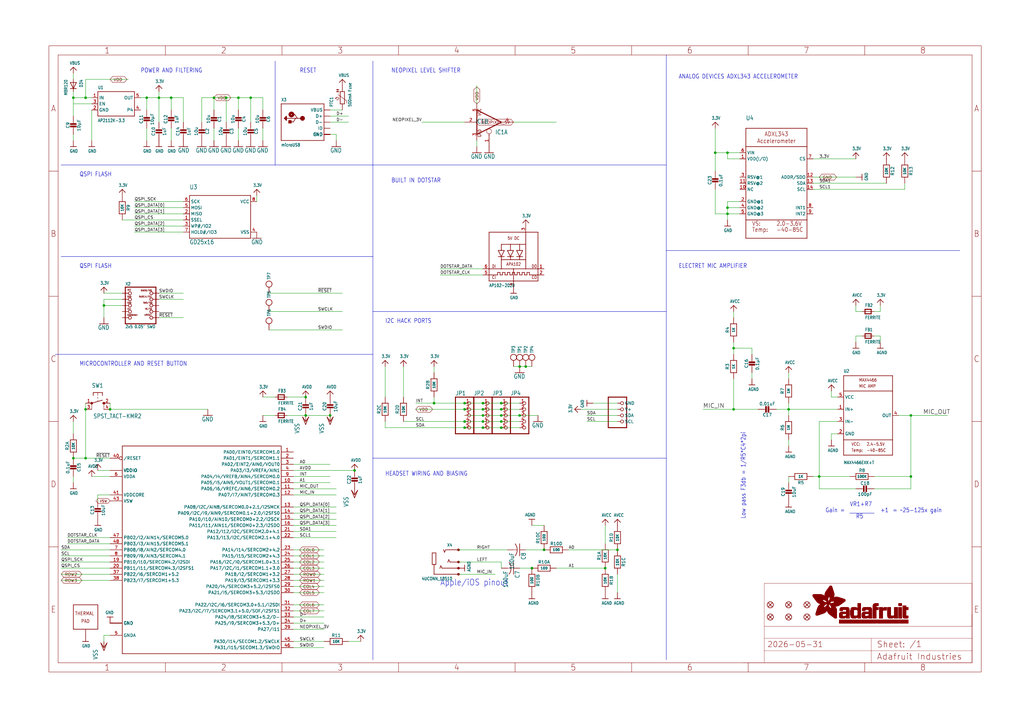
<source format=kicad_sch>
(kicad_sch (version 20230121) (generator eeschema)
  (paper "User" 425.45 298.602)
  (lib_symbols
    (symbol "working-eagle-import:3.3V" (power)
      (property "Value" "3.3V" (at -1.524 1.016 0))
      (symbol "3.3V_1_0"
        (pin power_in line (at 0 -2.54 90) (length 2.54) (name "3.3V") (number "1"))
      )
    )
    (symbol "working-eagle-import:741G125DBV"
      (property "Reference" "IC" (at -0.635 -0.635 0))
      (symbol "741G125DBV_1_0"
        (pin input line (at 0 10.16 270) (length 5.08) (name "OE") (number "1"))
        (pin input line (at -10.16 0 0) (length 5.08) (name "I") (number "2"))
        (pin tri_state line (at 10.16 0 180) (length 5.08) (name "O") (number "4"))
      )
      (symbol "741G125DBV_2_0"
        (text "GND" (at 1.905 -6.35 900) (effects (font (size 1.27 1.0795)) (justify left bottom)))
        (text "VCC" (at 1.905 2.54 900) (effects (font (size 1.27 1.0795)) (justify left bottom)))
        (pin power_in line (at 0 -7.62 90) (length 5.08) (name "GND") (number "3"))
        (pin power_in line (at 0 7.62 270) (length 5.08) (name "VCC") (number "5"))
      )
    )
    (symbol "working-eagle-import:ACCEL_ADXL343"
      (property "Reference" "U" (at -12.7 26.162 0))
      (symbol "ACCEL_ADXL343_1_0"
        (text "-40-85C" (at 0 -20.32 0) (effects (font (size 1.778 1.5113)) (justify left bottom)))
        (text "2.0-3.6V" (at 0 -17.78 0) (effects (font (size 1.778 1.5113)) (justify left bottom)))
        (text "ADXL343\nAccelerometer" (at 0 19.05 0) (effects (font (size 1.778 1.5113))))
        (text "Temp:" (at -10.16 -20.32 0) (effects (font (size 1.778 1.5113)) (justify left bottom)))
        (text "VS:" (at -10.16 -17.78 0) (effects (font (size 1.778 1.5113)) (justify left bottom)))
        (pin bidirectional line (at -15.24 10.16 0) (length 2.54) (name "VDD(I/O)") (number "1"))
        (pin bidirectional line (at -15.24 -2.54 0) (length 2.54) (name "NC") (number "10"))
        (pin bidirectional line (at -15.24 0 0) (length 2.54) (name "RSV@2") (number "11"))
        (pin bidirectional line (at 15.24 2.54 180) (length 2.54) (name "ADDR/SDO") (number "12"))
        (pin bidirectional line (at 15.24 0 180) (length 2.54) (name "SDA") (number "13"))
        (pin bidirectional line (at 15.24 -2.54 180) (length 2.54) (name "SCL") (number "14"))
        (pin bidirectional line (at -15.24 -7.62 0) (length 2.54) (name "GND@1") (number "2"))
        (pin bidirectional line (at -15.24 2.54 0) (length 2.54) (name "RSV@1") (number "3"))
        (pin bidirectional line (at -15.24 -10.16 0) (length 2.54) (name "GND@2") (number "4"))
        (pin bidirectional line (at -15.24 -12.7 0) (length 2.54) (name "GND@3") (number "5"))
        (pin bidirectional line (at -15.24 12.7 0) (length 2.54) (name "VIN") (number "6"))
        (pin bidirectional line (at 15.24 10.16 180) (length 2.54) (name "CS") (number "7"))
        (pin bidirectional line (at 15.24 -10.16 180) (length 2.54) (name "INT1") (number "8"))
        (pin bidirectional line (at 15.24 -12.7 180) (length 2.54) (name "INT2") (number "9"))
      )
    )
    (symbol "working-eagle-import:AGND" (power)
      (property "Value" "AGND" (at -1.524 -2.54 0))
      (symbol "AGND_1_0"
        (pin power_in line (at 0 2.54 270) (length 2.54) (name "AGND") (number "1"))
      )
    )
    (symbol "working-eagle-import:APA1022020"
      (symbol "APA1022020_1_0"
        (text "5V DC" (at 0 7.62 0) (effects (font (size 1.27 1.0795))))
        (text "APA102" (at 0 -3.175 0) (effects (font (size 1.27 1.0795))))
        (text "CI" (at -8.128 -8.636 0) (effects (font (size 1.27 1.0795))))
        (text "CO" (at 8.636 -8.636 0) (effects (font (size 1.27 1.0795))))
        (text "DI" (at -8.128 -4.064 0) (effects (font (size 1.27 1.0795))))
        (text "DO" (at 8.636 -4.064 0) (effects (font (size 1.27 1.0795))))
        (pin output line (at 12.7 -5.08 180) (length 2.54) (name "DO") (number "1"))
        (pin output line (at 12.7 -7.62 180) (length 2.54) (name "CKO") (number "2"))
        (pin power_in line (at 5.08 12.7 270) (length 2.54) (name "VDD") (number "3"))
        (pin power_in line (at 0 -12.7 90) (length 2.54) (name "GND") (number "4"))
        (pin input line (at -12.7 -7.62 0) (length 2.54) (name "CKI") (number "5"))
        (pin input line (at -12.7 -5.08 0) (length 2.54) (name "DI") (number "6"))
      )
    )
    (symbol "working-eagle-import:ATSAMD51G_TQFN48"
      (symbol "ATSAMD51G_TQFN48_1_0"
        (pin bidirectional line (at 38.1 48.26 180) (length 5.08) (name "PA00/EINT0/SERCOM1.0") (number "1"))
        (pin bidirectional line (at 38.1 35.56 180) (length 5.08) (name "PA05/I5/AIN5/VOUT1/SERCOM0.1") (number "10"))
        (pin bidirectional line (at 38.1 33.02 180) (length 5.08) (name "PA06/I6/VREFC/AIN6/SERCOM0.2") (number "11"))
        (pin bidirectional line (at 38.1 30.48 180) (length 5.08) (name "PA07/I7/AIN7/SERCOM0.3") (number "12"))
        (pin bidirectional line (at 38.1 25.4 180) (length 5.08) (name "PA08/I2C/AIN8/SERCOM0.0+2.1/I2SMCK") (number "13"))
        (pin bidirectional line (at 38.1 22.86 180) (length 5.08) (name "PA09/I2C/I9/AIN9/SERCOM0.1+2.0/I2SFS0") (number "14"))
        (pin bidirectional line (at 38.1 20.32 180) (length 5.08) (name "PA10/I10/AIN10/SERCOM0+2.2/I2SCK") (number "15"))
        (pin bidirectional line (at 38.1 17.78 180) (length 5.08) (name "PA11/I11/AIN11/SERCOM0+2.3/I2SDO") (number "16"))
        (pin power_in line (at -38.1 40.64 0) (length 5.08) (name "VDDIO") (number "17"))
        (pin power_in line (at -38.1 -22.86 0) (length 5.08) (name "GND") (number "18"))
        (pin bidirectional line (at -38.1 2.54 0) (length 5.08) (name "PB10/I10/SERCOM4.2/I2SDI") (number "19"))
        (pin bidirectional line (at 38.1 45.72 180) (length 5.08) (name "PA01/EINT1/SERCOM1.1") (number "2"))
        (pin bidirectional line (at -38.1 0 0) (length 5.08) (name "PB11/I11/SERCOM4.3/I2SFS1") (number "20"))
        (pin bidirectional line (at 38.1 15.24 180) (length 5.08) (name "PA12/I12/I2C/SERCOM2.0+4.1") (number "21"))
        (pin bidirectional line (at 38.1 12.7 180) (length 5.08) (name "PA13/I13/I2C/SERCOM2.1+4.0") (number "22"))
        (pin bidirectional line (at 38.1 7.62 180) (length 5.08) (name "PA14/I14/SERCOM2+4.2") (number "23"))
        (pin bidirectional line (at 38.1 5.08 180) (length 5.08) (name "PA15/I15/SERCOM2+4.3") (number "24"))
        (pin bidirectional line (at 38.1 2.54 180) (length 5.08) (name "PA16/I2C/I0/SERCOM1.0+3.1") (number "25"))
        (pin bidirectional line (at 38.1 0 180) (length 5.08) (name "PA17/I2C/I1/SERCOM1.1+3.0") (number "26"))
        (pin bidirectional line (at 38.1 -2.54 180) (length 5.08) (name "PA18/I2/SERCOM1+3.2") (number "27"))
        (pin bidirectional line (at 38.1 -5.08 180) (length 5.08) (name "PA19/I3/SERCOM1+3.3") (number "28"))
        (pin bidirectional line (at 38.1 -7.62 180) (length 5.08) (name "PA20/I4/SERCOM3+5.2/I2SFS0") (number "29"))
        (pin bidirectional line (at 38.1 43.18 180) (length 5.08) (name "PA02/EINT2/AIN0/VOUT0") (number "3"))
        (pin bidirectional line (at 38.1 -10.16 180) (length 5.08) (name "PA21/I5/SERCOM3+5.3/I2SDO") (number "30"))
        (pin bidirectional line (at 38.1 -15.24 180) (length 5.08) (name "PA22/I2C/I6/SERCOM3.0+5.1/I2SDI") (number "31"))
        (pin bidirectional line (at 38.1 -17.78 180) (length 5.08) (name "PA23/I2C/I7/SERCOM3.1+5.0/SOF/I2SFS1") (number "32"))
        (pin bidirectional line (at 38.1 -20.32 180) (length 5.08) (name "PA24/I8/SERCOM3+5.2/D-") (number "33"))
        (pin bidirectional line (at 38.1 -22.86 180) (length 5.08) (name "PA25/I9/SERCOM3+5.3/D+") (number "34"))
        (pin power_in line (at -38.1 -22.86 0) (length 5.08) (name "GND") (number "35"))
        (pin power_in line (at -38.1 40.64 0) (length 5.08) (name "VDDIO") (number "36"))
        (pin bidirectional line (at -38.1 -2.54 0) (length 5.08) (name "PB22/I6/SERCOM1+5.2") (number "37"))
        (pin bidirectional line (at -38.1 -5.08 0) (length 5.08) (name "PB23/I7/SERCOM1+5.3") (number "38"))
        (pin bidirectional line (at 38.1 -25.4 180) (length 5.08) (name "PA27/I11") (number "39"))
        (pin bidirectional line (at 38.1 40.64 180) (length 5.08) (name "PA03/I3/VREFA/AIN1") (number "4"))
        (pin bidirectional inverted (at -38.1 45.72 0) (length 5.08) (name "/RESET") (number "40"))
        (pin power_in line (at -38.1 30.48 0) (length 5.08) (name "VDDCORE") (number "41"))
        (pin power_in line (at -38.1 -22.86 0) (length 5.08) (name "GND") (number "42"))
        (pin power_in line (at -38.1 27.94 0) (length 5.08) (name "VSW") (number "43"))
        (pin power_in line (at -38.1 40.64 0) (length 5.08) (name "VDDIO") (number "44"))
        (pin bidirectional line (at 38.1 -30.48 180) (length 5.08) (name "PA30/I14/SECOM1.2/SWCLK") (number "45"))
        (pin bidirectional line (at 38.1 -33.02 180) (length 5.08) (name "PA31/I15/SECOM1.3/SWDIO") (number "46"))
        (pin bidirectional line (at -38.1 12.7 0) (length 5.08) (name "PB02/I2/AIN14/SERCOM5.0") (number "47"))
        (pin bidirectional line (at -38.1 10.16 0) (length 5.08) (name "PB03/I3/AIN15/SERCOM5.1") (number "48"))
        (pin power_in line (at -38.1 -27.94 0) (length 5.08) (name "GNDA") (number "5"))
        (pin power_in line (at -38.1 38.1 0) (length 5.08) (name "VDDA") (number "6"))
        (pin bidirectional line (at -38.1 7.62 0) (length 5.08) (name "PB08/I8/AIN2/SERCOM4.0") (number "7"))
        (pin bidirectional line (at -38.1 5.08 0) (length 5.08) (name "PB09/I9/AIN3/SERCOM4.1") (number "8"))
        (pin bidirectional line (at 38.1 38.1 180) (length 5.08) (name "PA04/I4/VREFB/AIN4/SERCOM0.0") (number "9"))
      )
      (symbol "ATSAMD51G_TQFN48_2_0"
        (text "PAD" (at -1.905 -2.54 0) (effects (font (size 1.4224 1.209)) (justify left bottom)))
        (text "THERMAL" (at -4.445 0.635 0) (effects (font (size 1.4224 1.209)) (justify left bottom)))
        (pin power_in line (at 0 -7.62 90) (length 2.54) (name "TP") (number "THERMAL"))
      )
    )
    (symbol "working-eagle-import:AUDIOAMP_MAX4466"
      (property "Reference" "U" (at -10.16 17.78 0))
      (symbol "AUDIOAMP_MAX4466_1_0"
        (text "-40-85C" (at -0.635 -15.24 0) (effects (font (size 1.27 1.0795)) (justify left bottom)))
        (text "2.4-5.5V" (at -0.635 -12.7 0) (effects (font (size 1.27 1.0795)) (justify left bottom)))
        (text "MAX4466" (at -3.81 13.97 0) (effects (font (size 1.27 1.0795)) (justify left bottom)))
        (text "MIC AMP" (at -3.81 11.43 0) (effects (font (size 1.27 1.0795)) (justify left bottom)))
        (text "Temp:" (at -6.985 -15.24 0) (effects (font (size 1.27 1.0795)) (justify left bottom)))
        (text "VCC:" (at -6.985 -12.7 0) (effects (font (size 1.27 1.0795)) (justify left bottom)))
        (pin bidirectional line (at -12.7 2.54 0) (length 2.54) (name "IN+") (number "1"))
        (pin bidirectional line (at -12.7 -7.62 0) (length 2.54) (name "GND") (number "2"))
        (pin bidirectional line (at -12.7 -2.54 0) (length 2.54) (name "IN-") (number "3"))
        (pin bidirectional line (at 12.7 0 180) (length 2.54) (name "OUT") (number "4"))
        (pin bidirectional line (at -12.7 7.62 0) (length 2.54) (name "VCC") (number "5"))
      )
    )
    (symbol "working-eagle-import:AUDIO_3.5MMJACK_4POL"
      (property "Reference" "X" (at 2.54 6.35 0))
      (symbol "AUDIO_3.5MMJACK_4POL_1_0"
        (pin passive line (at 5.08 -5.08 180) (length 0) (name "TIP") (number "1-GND"))
        (pin passive line (at 5.08 0 180) (length 0) (name "RING3") (number "2-TIP"))
        (pin passive line (at 5.08 5.08 180) (length 0) (name "RING2") (number "3-OUTER_SLEEVE"))
        (pin passive line (at 5.08 -2.54 180) (length 0) (name "RING1") (number "4-INNER_SLEEVE"))
      )
    )
    (symbol "working-eagle-import:AVCC" (power)
      (property "Value" "AVCC" (at -1.524 1.016 0))
      (symbol "AVCC_1_0"
        (pin power_in line (at 0 -2.54 90) (length 2.54) (name "AVCC") (number "1"))
      )
    )
    (symbol "working-eagle-import:AVDD" (power)
      (property "Value" "AVDD" (at -1.524 1.016 0))
      (symbol "AVDD_1_0"
        (pin power_in line (at 0 -2.54 90) (length 2.54) (name "AVDD") (number "1"))
      )
    )
    (symbol "working-eagle-import:C-USC1210"
      (property "Reference" "C" (at 1.016 0.635 0))
      (symbol "C-USC1210_1_0"
        (pin passive line (at 0 2.54 270) (length 2.54) (name "1") (number "1"))
        (pin passive line (at 0 -5.08 90) (length 2.54) (name "2") (number "2"))
      )
    )
    (symbol "working-eagle-import:CAP_CERAMIC0603_NO"
      (property "Reference" "C" (at -2.29 1.25 90))
      (symbol "CAP_CERAMIC0603_NO_1_0"
        (pin passive line (at 0 5.08 270) (length 2.54) (name "1") (number "1"))
        (pin passive line (at 0 -2.54 90) (length 2.54) (name "2") (number "2"))
      )
    )
    (symbol "working-eagle-import:CAP_CERAMIC0805-NOOUTLINE"
      (property "Reference" "C" (at -2.29 1.25 90))
      (symbol "CAP_CERAMIC0805-NOOUTLINE_1_0"
        (pin passive line (at 0 5.08 270) (length 2.54) (name "1") (number "1"))
        (pin passive line (at 0 -2.54 90) (length 2.54) (name "2") (number "2"))
      )
    )
    (symbol "working-eagle-import:DIODE_SOD-123FL"
      (property "Reference" "D" (at -2.54 2.54 0))
      (symbol "DIODE_SOD-123FL_1_0"
        (pin passive line (at -2.54 0 0) (length 2.54) (name "A") (number "A"))
        (pin passive line (at 2.54 0 180) (length 2.54) (name "C") (number "C"))
      )
    )
    (symbol "working-eagle-import:FERRITE-0805NO"
      (property "Reference" "FB" (at -1.27 1.905 0))
      (symbol "FERRITE-0805NO_1_0"
        (pin passive line (at -2.54 0 0) (length 2.54) (name "P$1") (number "1"))
        (pin passive line (at 2.54 0 180) (length 2.54) (name "P$2") (number "2"))
      )
    )
    (symbol "working-eagle-import:FERRITE0805"
      (property "Reference" "FB" (at -1.27 1.905 0))
      (symbol "FERRITE0805_1_0"
        (pin passive line (at -2.54 0 0) (length 2.54) (name "P$1") (number "1"))
        (pin passive line (at 2.54 0 180) (length 2.54) (name "P$2") (number "2"))
      )
    )
    (symbol "working-eagle-import:FIDUCIAL_1MM")
    (symbol "working-eagle-import:FRAME_A3_ADAFRUIT"
      (symbol "FRAME_A3_ADAFRUIT_1_0"
        (text "${#}/${##}" (at 357.505 10.16 0) (effects (font (size 2.54 2.54)) (justify left bottom)))
        (text "${CURRENT_DATE}" (at 298.45 10.16 0) (effects (font (size 2.286 2.286)) (justify left bottom)))
        (text "${PROJECTNAME}" (at 298.45 15.24 0) (effects (font (size 2.54 2.54)) (justify left bottom)))
        (text "1" (at 24.2094 1.905 0) (effects (font (size 2.54 2.286))))
        (text "1" (at 24.2094 258.445 0) (effects (font (size 2.54 2.286))))
        (text "2" (at 72.6281 1.905 0) (effects (font (size 2.54 2.286))))
        (text "2" (at 72.6281 258.445 0) (effects (font (size 2.54 2.286))))
        (text "3" (at 121.0469 1.905 0) (effects (font (size 2.54 2.286))))
        (text "3" (at 121.0469 258.445 0) (effects (font (size 2.54 2.286))))
        (text "4" (at 169.4656 1.905 0) (effects (font (size 2.54 2.286))))
        (text "4" (at 169.4656 258.445 0) (effects (font (size 2.54 2.286))))
        (text "5" (at 217.8844 1.905 0) (effects (font (size 2.54 2.286))))
        (text "5" (at 217.8844 258.445 0) (effects (font (size 2.54 2.286))))
        (text "6" (at 266.3031 1.905 0) (effects (font (size 2.54 2.286))))
        (text "6" (at 266.3031 258.445 0) (effects (font (size 2.54 2.286))))
        (text "7" (at 314.7219 1.905 0) (effects (font (size 2.54 2.286))))
        (text "7" (at 314.7219 258.445 0) (effects (font (size 2.54 2.286))))
        (text "8" (at 363.1406 1.905 0) (effects (font (size 2.54 2.286))))
        (text "8" (at 363.1406 258.445 0) (effects (font (size 2.54 2.286))))
        (text "A" (at 1.905 234.315 0) (effects (font (size 2.54 2.286))))
        (text "A" (at 385.445 234.315 0) (effects (font (size 2.54 2.286))))
        (text "Adafruit Industries" (at 343.916 4.953 0) (effects (font (size 2.54 2.54)) (justify left bottom)))
        (text "B" (at 1.905 182.245 0) (effects (font (size 2.54 2.286))))
        (text "B" (at 385.445 182.245 0) (effects (font (size 2.54 2.286))))
        (text "C" (at 1.905 130.175 0) (effects (font (size 2.54 2.286))))
        (text "C" (at 385.445 130.175 0) (effects (font (size 2.54 2.286))))
        (text "D" (at 1.905 78.105 0) (effects (font (size 2.54 2.286))))
        (text "D" (at 385.445 78.105 0) (effects (font (size 2.54 2.286))))
        (text "E" (at 1.905 26.035 0) (effects (font (size 2.54 2.286))))
        (text "E" (at 385.445 26.035 0) (effects (font (size 2.54 2.286))))
        (text "Sheet:" (at 343.916 10.033 0) (effects (font (size 2.54 2.54)) (justify left bottom)))
      )
    )
    (symbol "working-eagle-import:GND" (power)
      (property "Value" "GND" (at -1.524 -2.54 0))
      (symbol "GND_1_0"
        (pin power_in line (at 0 2.54 270) (length 2.54) (name "GND") (number "1"))
      )
    )
    (symbol "working-eagle-import:HEADER-1X5EDGESMT"
      (property "Reference" "JP" (at -6.35 8.255 0))
      (symbol "HEADER-1X5EDGESMT_1_0"
        (pin passive inverted (at -2.54 5.08 0) (length 2.54) (name "1") (number "1"))
        (pin passive inverted (at -2.54 2.54 0) (length 2.54) (name "2") (number "2"))
        (pin passive inverted (at -2.54 0 0) (length 2.54) (name "3") (number "3"))
        (pin passive inverted (at -2.54 -2.54 0) (length 2.54) (name "4") (number "4"))
        (pin passive inverted (at -2.54 -5.08 0) (length 2.54) (name "5") (number "5"))
      )
    )
    (symbol "working-eagle-import:JTAG-CORTEXBOXPOSTS"
      (property "Reference" "X" (at -6.35 8.255 0))
      (symbol "JTAG-CORTEXBOXPOSTS_1_0"
        (text "GND" (at -5.588 0.762 0) (effects (font (size 0.635 0.5397)) (justify left bottom)))
        (text "GND" (at -5.588 3.302 0) (effects (font (size 0.635 0.5397)) (justify left bottom)))
        (text "GNDDetect" (at -5.588 -4.318 0) (effects (font (size 0.635 0.5397)) (justify left bottom)))
        (text "KEY" (at -5.588 -1.778 0) (effects (font (size 0.635 0.5397)) (justify left bottom)))
        (text "NC/TDI" (at 1.778 -1.778 0) (effects (font (size 0.635 0.5397)) (justify left bottom)))
        (text "nRESET" (at 1.524 -4.318 0) (effects (font (size 0.635 0.5397)) (justify left bottom)))
        (text "SWDCLK/TCK" (at -0.762 3.302 0) (effects (font (size 0.635 0.5397)) (justify left bottom)))
        (text "SWDIO/TMS" (at 0 5.842 0) (effects (font (size 0.635 0.5397)) (justify left bottom)))
        (text "SWO/TDO" (at 1.016 0.762 0) (effects (font (size 0.635 0.5397)) (justify left bottom)))
        (text "VCC" (at -5.588 6.096 0) (effects (font (size 0.635 0.5397)) (justify left bottom)))
        (pin power_in line (at -7.62 5.08 0) (length 2.54) (name "VCC") (number "1"))
        (pin bidirectional line (at 7.62 -5.08 180) (length 2.54) (name "NRESET") (number "10"))
        (pin bidirectional line (at 7.62 5.08 180) (length 2.54) (name "SWDIO") (number "2"))
        (pin power_in line (at -7.62 2.54 0) (length 2.54) (name "GND@1") (number "3"))
        (pin bidirectional line (at 7.62 2.54 180) (length 2.54) (name "SWDCLK") (number "4"))
        (pin power_in line (at -7.62 0 0) (length 2.54) (name "GND@2") (number "5"))
        (pin bidirectional line (at 7.62 0 180) (length 2.54) (name "SWO") (number "6"))
        (pin bidirectional line (at -7.62 -2.54 0) (length 2.54) (name "KEY") (number "7"))
        (pin bidirectional line (at 7.62 -2.54 180) (length 2.54) (name "TDI") (number "8"))
        (pin bidirectional line (at -7.62 -5.08 0) (length 2.54) (name "GNDDETECT") (number "9"))
      )
    )
    (symbol "working-eagle-import:PTC1206"
      (property "Reference" "PTC" (at -3.81 3.81 0))
      (symbol "PTC1206_1_0"
        (pin passive line (at 5.08 0 180) (length 2.54) (name "1") (number "1"))
        (pin passive line (at -5.08 0 0) (length 2.54) (name "2") (number "2"))
      )
    )
    (symbol "working-eagle-import:RESISTOR_0603_NOOUT"
      (property "Reference" "R" (at 0 2.54 0))
      (symbol "RESISTOR_0603_NOOUT_1_0"
        (pin passive line (at -5.08 0 0) (length 2.54) (name "1") (number "1"))
        (pin passive line (at 5.08 0 180) (length 2.54) (name "2") (number "2"))
      )
    )
    (symbol "working-eagle-import:RESISTOR_4PACK"
      (property "Reference" "R" (at 0 2.54 0))
      (symbol "RESISTOR_4PACK_1_0"
        (pin passive line (at -5.08 0 0) (length 2.54) (name "1") (number "1"))
        (pin passive line (at 5.08 0 180) (length 2.54) (name "2") (number "8"))
      )
      (symbol "RESISTOR_4PACK_2_0"
        (pin passive line (at -5.08 0 0) (length 2.54) (name "1") (number "2"))
        (pin passive line (at 5.08 0 180) (length 2.54) (name "2") (number "7"))
      )
      (symbol "RESISTOR_4PACK_3_0"
        (pin passive line (at -5.08 0 0) (length 2.54) (name "1") (number "3"))
        (pin passive line (at 5.08 0 180) (length 2.54) (name "2") (number "6"))
      )
      (symbol "RESISTOR_4PACK_4_0"
        (pin passive line (at -5.08 0 0) (length 2.54) (name "1") (number "4"))
        (pin passive line (at 5.08 0 180) (length 2.54) (name "2") (number "5"))
      )
    )
    (symbol "working-eagle-import:SPIFLASH_8PIN208MIL"
      (property "Reference" "U" (at -12.7 12.7 0))
      (symbol "SPIFLASH_8PIN208MIL_1_0"
        (pin bidirectional line (at -15.24 0 0) (length 2.54) (name "SSEL") (number "1"))
        (pin bidirectional line (at -15.24 2.54 0) (length 2.54) (name "MISO") (number "2"))
        (pin bidirectional line (at -15.24 -2.54 0) (length 2.54) (name "WP#/IO2") (number "3"))
        (pin bidirectional line (at 15.24 -5.08 180) (length 2.54) (name "VSS") (number "4"))
        (pin bidirectional line (at -15.24 5.08 0) (length 2.54) (name "MOSI") (number "5"))
        (pin bidirectional line (at -15.24 7.62 0) (length 2.54) (name "SCK") (number "6"))
        (pin bidirectional line (at -15.24 -5.08 0) (length 2.54) (name "HOLD#/IO3") (number "7"))
        (pin bidirectional line (at 15.24 7.62 180) (length 2.54) (name "VCC") (number "8"))
      )
    )
    (symbol "working-eagle-import:SPST_TACT-KMR2"
      (property "Reference" "SW" (at -6.35 -2.54 90))
      (symbol "SPST_TACT-KMR2_1_0"
        (pin passive line (at 0 -5.08 90) (length 2.54) (name "P") (number "1"))
        (pin passive line (at 0 5.08 270) (length 2.54) (name "S") (number "2"))
        (pin passive line (at 2.54 -5.08 90) (length 2.54) (name "P1") (number "3"))
        (pin passive line (at 2.54 5.08 270) (length 2.54) (name "S1") (number "4"))
      )
    )
    (symbol "working-eagle-import:STEMMA_I2C_RASMT"
      (symbol "STEMMA_I2C_RASMT_1_0"
        (pin passive inverted (at 0 5.08 0) (length 2.54) (name "GND") (number "1"))
        (pin passive inverted (at 0 2.54 0) (length 2.54) (name "V+") (number "2"))
        (pin passive inverted (at 0 0 0) (length 2.54) (name "SDA") (number "3"))
        (pin passive inverted (at 0 -2.54 0) (length 2.54) (name "SCL") (number "4"))
      )
      (symbol "STEMMA_I2C_RASMT_2_0"
        (pin bidirectional line (at 0 0 0) (length 5.08) (name "MT") (number "NC1"))
      )
      (symbol "STEMMA_I2C_RASMT_3_0"
        (pin bidirectional line (at 0 0 0) (length 5.08) (name "MT") (number "NC2"))
      )
    )
    (symbol "working-eagle-import:TESTPOINT"
      (property "Reference" "TP" (at 0 5.588 90))
      (symbol "TESTPOINT_1_0"
        (pin bidirectional line (at 0 0 90) (length 2.54) (name "P$1") (number "P$1"))
      )
    )
    (symbol "working-eagle-import:TESTPOINTROUND1.5MM"
      (property "Reference" "TP" (at 0 5.588 90))
      (symbol "TESTPOINTROUND1.5MM_1_0"
        (pin bidirectional line (at 0 0 90) (length 2.54) (name "P$1") (number "P$1"))
      )
    )
    (symbol "working-eagle-import:TESTPOINTROUND2MM"
      (property "Reference" "TP" (at 0 5.588 90))
      (symbol "TESTPOINTROUND2MM_1_0"
        (pin bidirectional line (at 0 0 90) (length 2.54) (name "P$1") (number "P$1"))
      )
    )
    (symbol "working-eagle-import:USB_MICRO_NARROW"
      (property "Reference" "X" (at -10.16 8.636 0))
      (symbol "USB_MICRO_NARROW_1_0"
        (pin power_in line (at 10.16 -5.08 180) (length 2.54) (name "GND") (number "BASE@1"))
        (pin power_in line (at 10.16 -5.08 180) (length 2.54) (name "GND") (number "BASE@2"))
        (pin bidirectional line (at 10.16 2.54 180) (length 2.54) (name "D+") (number "D+"))
        (pin bidirectional line (at 10.16 0 180) (length 2.54) (name "D-") (number "D-"))
        (pin power_in line (at 10.16 -5.08 180) (length 2.54) (name "GND") (number "GND"))
        (pin bidirectional line (at 10.16 -2.54 180) (length 2.54) (name "ID") (number "ID"))
        (pin power_in line (at 10.16 -5.08 180) (length 2.54) (name "GND") (number "SPRT@1"))
        (pin power_in line (at 10.16 -5.08 180) (length 2.54) (name "GND") (number "SPRT@2"))
        (pin power_in line (at 10.16 -5.08 180) (length 2.54) (name "GND") (number "SPRT@3"))
        (pin power_in line (at 10.16 -5.08 180) (length 2.54) (name "GND") (number "SPRT@4"))
        (pin power_in line (at 10.16 5.08 180) (length 2.54) (name "VBUS") (number "VBUS"))
      )
    )
    (symbol "working-eagle-import:VBUS" (power)
      (property "Value" "VBUS" (at -1.524 1.016 0))
      (symbol "VBUS_1_0"
        (pin power_in line (at 0 -2.54 90) (length 2.54) (name "VBUS") (number "1"))
      )
    )
    (symbol "working-eagle-import:VREG_SOT23-5"
      (property "Reference" "U" (at -7.62 6.096 0))
      (symbol "VREG_SOT23-5_1_0"
        (pin power_in line (at -10.16 2.54 0) (length 2.54) (name "IN") (number "1"))
        (pin power_in line (at -10.16 -2.54 0) (length 2.54) (name "GND") (number "2"))
        (pin input line (at -10.16 0 0) (length 2.54) (name "EN") (number "3"))
        (pin bidirectional line (at 10.16 -2.54 180) (length 2.54) (name "P4") (number "4"))
        (pin power_in line (at 10.16 2.54 180) (length 2.54) (name "OUT") (number "5"))
      )
    )
    (symbol "working-eagle-import:VSS" (power)
      (property "Value" "VSS" (at -2.54 -5.08 90))
      (symbol "VSS_1_0"
        (pin power_in line (at 0 2.54 270) (length 2.54) (name "VSS") (number "1"))
      )
    )
    (symbol "working-eagle-import:supply1_GND" (power)
      (property "Value" "supply1_GND" (at -2.54 -2.54 0))
      (symbol "supply1_GND_1_0"
        (pin power_in line (at 0 2.54 270) (length 2.54) (name "GND") (number "1"))
      )
    )
  )
  (junction (at 193.04 170.18))
  (junction (at 200.66 167.64))
  (junction (at 302.26 63.5))
  (junction (at 220.98 236.22))
  (junction (at 30.48 40.64))
  (junction (at 208.28 167.64))
  (junction (at 93.98 40.64))
  (junction (at 378.46 198.12))
  (junction (at 99.06 40.64))
  (junction (at 147.32 195.58))
  (junction (at 66.04 40.64))
  (junction (at 304.8 144.78))
  (junction (at 137.16 172.72))
  (junction (at 327.66 170.18))
  (junction (at 30.48 190.5))
  (junction (at 297.18 63.5))
  (junction (at 45.72 170.18))
  (junction (at 302.26 88.9))
  (junction (at 226.06 228.6))
  (junction (at 193.04 175.26))
  (junction (at 60.96 40.64))
  (junction (at 200.66 170.18))
  (junction (at 193.04 167.64))
  (junction (at 304.8 170.18))
  (junction (at 208.28 175.26))
  (junction (at 256.54 228.6))
  (junction (at 43.18 127))
  (junction (at 71.12 40.64))
  (junction (at 200.66 177.8))
  (junction (at 215.9 152.4))
  (junction (at 35.56 170.18))
  (junction (at 208.28 172.72))
  (junction (at 193.04 177.8))
  (junction (at 218.44 152.4))
  (junction (at 127 165.1))
  (junction (at 340.36 198.12))
  (junction (at 215.9 172.72))
  (junction (at 35.56 190.5))
  (junction (at 208.28 170.18))
  (junction (at 180.34 167.64))
  (junction (at 88.9 40.64))
  (junction (at 200.66 172.72))
  (junction (at 208.28 177.8))
  (junction (at 302.26 86.36))
  (junction (at 200.66 175.26))
  (junction (at 35.56 40.64))
  (junction (at 127 172.72))
  (junction (at 251.46 236.22))
  (junction (at 104.14 40.64))
  (junction (at 378.46 172.72))
  (wire (pts (xy 76.2 88.9) (xy 55.88 88.9)) (stroke (width 0.1524)))
  (wire (pts (xy 121.92 215.9) (xy 139.7 215.9)) (stroke (width 0.1524)))
  (wire (pts (xy 304.8 170.18) (xy 292.1 170.18)) (stroke (width 0.1524)))
  (wire (pts (xy 193.04 50.8) (xy 175.26 50.8)) (stroke (width 0.1524)))
  (wire (pts (xy 30.48 55.88) (xy 30.48 58.42)) (stroke (width 0.1524)))
  (wire (pts (xy 378.46 198.12) (xy 378.46 172.72)) (stroke (width 0.1524)))
  (wire (pts (xy 297.18 63.5) (xy 297.18 53.34)) (stroke (width 0.1524)))
  (wire (pts (xy 337.82 78.74) (xy 375.92 78.74)) (stroke (width 0.1524)))
  (wire (pts (xy 365.76 127) (xy 365.76 129.54)) (stroke (width 0.1524)))
  (wire (pts (xy 121.92 220.98) (xy 139.7 220.98)) (stroke (width 0.1524)))
  (wire (pts (xy 307.34 86.36) (xy 302.26 86.36)) (stroke (width 0.1524)))
  (wire (pts (xy 236.22 228.6) (xy 256.54 228.6)) (stroke (width 0.1524)))
  (wire (pts (xy 363.22 139.7) (xy 365.76 139.7)) (stroke (width 0.1524)))
  (wire (pts (xy 30.48 30.48) (xy 30.48 33.02)) (stroke (width 0.1524)))
  (wire (pts (xy 30.48 40.64) (xy 30.48 38.1)) (stroke (width 0.1524)))
  (wire (pts (xy 304.8 132.08) (xy 304.8 129.54)) (stroke (width 0.1524)))
  (wire (pts (xy 302.26 86.36) (xy 302.26 88.9)) (stroke (width 0.1524)))
  (wire (pts (xy 142.24 137.16) (xy 111.76 137.16)) (stroke (width 0.1524)))
  (wire (pts (xy 99.06 45.72) (xy 99.06 40.64)) (stroke (width 0.1524)))
  (wire (pts (xy 193.04 175.26) (xy 167.64 175.26)) (stroke (width 0.1524)))
  (wire (pts (xy 302.26 66.04) (xy 302.26 63.5)) (stroke (width 0.1524)))
  (wire (pts (xy 337.82 73.66) (xy 355.6 73.66)) (stroke (width 0.1524)))
  (wire (pts (xy 134.62 231.14) (xy 121.92 231.14)) (stroke (width 0.1524)))
  (wire (pts (xy 200.66 111.76) (xy 182.88 111.76)) (stroke (width 0.1524)))
  (wire (pts (xy 66.04 40.64) (xy 66.04 50.8)) (stroke (width 0.1524)))
  (wire (pts (xy 304.8 144.78) (xy 304.8 147.32)) (stroke (width 0.1524)))
  (wire (pts (xy 243.84 175.26) (xy 256.54 175.26)) (stroke (width 0.1524)))
  (wire (pts (xy 210.82 228.6) (xy 190.5 228.6)) (stroke (width 0.1524)))
  (wire (pts (xy 137.16 200.66) (xy 121.92 200.66)) (stroke (width 0.1524)))
  (polyline (pts (xy 154.94 106.68) (xy 154.94 68.58)) (stroke (width 0.1524) (type solid)))
  (polyline (pts (xy 276.86 104.14) (xy 398.78 104.14)) (stroke (width 0.1524) (type solid)))
  (wire (pts (xy 35.56 190.5) (xy 35.56 170.18)) (stroke (width 0.1524)))
  (wire (pts (xy 307.34 66.04) (xy 302.26 66.04)) (stroke (width 0.1524)))
  (wire (pts (xy 30.48 40.64) (xy 35.56 40.64)) (stroke (width 0.1524)))
  (wire (pts (xy 137.16 45.72) (xy 142.24 45.72)) (stroke (width 0.1524)))
  (wire (pts (xy 121.92 218.44) (xy 139.7 218.44)) (stroke (width 0.1524)))
  (wire (pts (xy 45.72 228.6) (xy 25.4 228.6)) (stroke (width 0.1524)))
  (polyline (pts (xy 154.94 129.54) (xy 154.94 106.68)) (stroke (width 0.1524) (type solid)))
  (wire (pts (xy 121.92 198.12) (xy 137.16 198.12)) (stroke (width 0.1524)))
  (wire (pts (xy 363.22 198.12) (xy 378.46 198.12)) (stroke (width 0.1524)))
  (wire (pts (xy 347.98 180.34) (xy 345.44 180.34)) (stroke (width 0.1524)))
  (wire (pts (xy 304.8 157.48) (xy 304.8 170.18)) (stroke (width 0.1524)))
  (wire (pts (xy 215.9 152.4) (xy 213.36 152.4)) (stroke (width 0.1524)))
  (wire (pts (xy 88.9 53.34) (xy 88.9 58.42)) (stroke (width 0.1524)))
  (wire (pts (xy 312.42 154.94) (xy 312.42 157.48)) (stroke (width 0.1524)))
  (wire (pts (xy 45.72 223.52) (xy 27.94 223.52)) (stroke (width 0.1524)))
  (wire (pts (xy 134.62 269.24) (xy 121.92 269.24)) (stroke (width 0.1524)))
  (wire (pts (xy 200.66 170.18) (xy 208.28 170.18)) (stroke (width 0.1524)))
  (polyline (pts (xy 25.4 68.58) (xy 114.3 68.58)) (stroke (width 0.1524) (type solid)))
  (wire (pts (xy 127 172.72) (xy 119.38 172.72)) (stroke (width 0.1524)))
  (wire (pts (xy 121.92 251.46) (xy 134.62 251.46)) (stroke (width 0.1524)))
  (polyline (pts (xy 114.3 68.58) (xy 114.3 25.4)) (stroke (width 0.1524) (type solid)))
  (wire (pts (xy 327.66 170.18) (xy 322.58 170.18)) (stroke (width 0.1524)))
  (wire (pts (xy 35.56 33.02) (xy 53.34 33.02)) (stroke (width 0.1524)))
  (wire (pts (xy 327.66 167.64) (xy 327.66 170.18)) (stroke (width 0.1524)))
  (wire (pts (xy 109.22 45.72) (xy 109.22 40.64)) (stroke (width 0.1524)))
  (wire (pts (xy 30.48 40.64) (xy 30.48 48.26)) (stroke (width 0.1524)))
  (wire (pts (xy 83.82 50.8) (xy 83.82 40.64)) (stroke (width 0.1524)))
  (wire (pts (xy 198.12 35.56) (xy 198.12 43.18)) (stroke (width 0.1524)))
  (polyline (pts (xy 154.94 68.58) (xy 276.86 68.58)) (stroke (width 0.1524) (type solid)))
  (wire (pts (xy 106.68 81.28) (xy 106.68 83.82)) (stroke (width 0.1524)))
  (wire (pts (xy 121.92 195.58) (xy 147.32 195.58)) (stroke (width 0.1524)))
  (wire (pts (xy 66.04 132.08) (xy 76.2 132.08)) (stroke (width 0.1524)))
  (wire (pts (xy 312.42 144.78) (xy 312.42 147.32)) (stroke (width 0.1524)))
  (wire (pts (xy 347.98 165.1) (xy 345.44 165.1)) (stroke (width 0.1524)))
  (wire (pts (xy 340.36 175.26) (xy 340.36 198.12)) (stroke (width 0.1524)))
  (wire (pts (xy 355.6 142.24) (xy 355.6 139.7)) (stroke (width 0.1524)))
  (wire (pts (xy 180.34 167.64) (xy 172.72 167.64)) (stroke (width 0.1524)))
  (wire (pts (xy 76.2 91.44) (xy 50.8 91.44)) (stroke (width 0.1524)))
  (wire (pts (xy 38.1 40.64) (xy 35.56 40.64)) (stroke (width 0.1524)))
  (wire (pts (xy 111.76 129.54) (xy 142.24 129.54)) (stroke (width 0.1524)))
  (wire (pts (xy 355.6 66.04) (xy 337.82 66.04)) (stroke (width 0.1524)))
  (polyline (pts (xy 22.86 147.32) (xy 154.94 147.32)) (stroke (width 0.1524) (type solid)))
  (wire (pts (xy 314.96 170.18) (xy 304.8 170.18)) (stroke (width 0.1524)))
  (polyline (pts (xy 154.94 274.32) (xy 154.94 190.5)) (stroke (width 0.1524) (type solid)))
  (wire (pts (xy 208.28 170.18) (xy 215.9 170.18)) (stroke (width 0.1524)))
  (wire (pts (xy 38.1 45.72) (xy 38.1 58.42)) (stroke (width 0.1524)))
  (wire (pts (xy 137.16 55.88) (xy 139.7 55.88)) (stroke (width 0.1524)))
  (wire (pts (xy 35.56 40.64) (xy 35.56 33.02)) (stroke (width 0.1524)))
  (wire (pts (xy 88.9 45.72) (xy 88.9 40.64)) (stroke (width 0.1524)))
  (polyline (pts (xy 154.94 190.5) (xy 154.94 147.32)) (stroke (width 0.1524) (type solid)))
  (wire (pts (xy 226.06 218.44) (xy 220.98 218.44)) (stroke (width 0.1524)))
  (wire (pts (xy 43.18 264.16) (xy 43.18 266.7)) (stroke (width 0.1524)))
  (wire (pts (xy 45.72 205.74) (xy 40.64 205.74)) (stroke (width 0.1524)))
  (wire (pts (xy 109.22 172.72) (xy 114.3 172.72)) (stroke (width 0.1524)))
  (wire (pts (xy 45.72 198.12) (xy 38.1 198.12)) (stroke (width 0.1524)))
  (wire (pts (xy 297.18 71.12) (xy 297.18 63.5)) (stroke (width 0.1524)))
  (wire (pts (xy 27.94 226.06) (xy 45.72 226.06)) (stroke (width 0.1524)))
  (wire (pts (xy 251.46 226.06) (xy 251.46 218.44)) (stroke (width 0.1524)))
  (wire (pts (xy 121.92 205.74) (xy 139.7 205.74)) (stroke (width 0.1524)))
  (polyline (pts (xy 353.06 213.36) (xy 363.22 213.36)) (stroke (width 0.1524) (type solid)))
  (wire (pts (xy 109.22 40.64) (xy 104.14 40.64)) (stroke (width 0.1524)))
  (wire (pts (xy 60.96 40.64) (xy 66.04 40.64)) (stroke (width 0.1524)))
  (wire (pts (xy 76.2 40.64) (xy 71.12 40.64)) (stroke (width 0.1524)))
  (wire (pts (xy 340.36 203.2) (xy 355.6 203.2)) (stroke (width 0.1524)))
  (wire (pts (xy 355.6 127) (xy 355.6 129.54)) (stroke (width 0.1524)))
  (wire (pts (xy 137.16 172.72) (xy 127 172.72)) (stroke (width 0.1524)))
  (wire (pts (xy 86.36 170.18) (xy 45.72 170.18)) (stroke (width 0.1524)))
  (wire (pts (xy 190.5 238.76) (xy 205.74 238.76)) (stroke (width 0.1524)))
  (wire (pts (xy 121.92 246.38) (xy 134.62 246.38)) (stroke (width 0.1524)))
  (wire (pts (xy 25.4 241.3) (xy 45.72 241.3)) (stroke (width 0.1524)))
  (wire (pts (xy 139.7 210.82) (xy 121.92 210.82)) (stroke (width 0.1524)))
  (wire (pts (xy 55.88 86.36) (xy 76.2 86.36)) (stroke (width 0.1524)))
  (wire (pts (xy 345.44 180.34) (xy 345.44 182.88)) (stroke (width 0.1524)))
  (polyline (pts (xy 154.94 68.58) (xy 114.3 68.58)) (stroke (width 0.1524) (type solid)))
  (wire (pts (xy 93.98 50.8) (xy 93.98 40.64)) (stroke (width 0.1524)))
  (wire (pts (xy 45.72 233.68) (xy 25.4 233.68)) (stroke (width 0.1524)))
  (wire (pts (xy 337.82 76.2) (xy 368.3 76.2)) (stroke (width 0.1524)))
  (wire (pts (xy 180.34 154.94) (xy 180.34 152.4)) (stroke (width 0.1524)))
  (wire (pts (xy 99.06 40.64) (xy 93.98 40.64)) (stroke (width 0.1524)))
  (wire (pts (xy 327.66 170.18) (xy 327.66 172.72)) (stroke (width 0.1524)))
  (wire (pts (xy 302.26 88.9) (xy 297.18 88.9)) (stroke (width 0.1524)))
  (wire (pts (xy 231.14 236.22) (xy 251.46 236.22)) (stroke (width 0.1524)))
  (wire (pts (xy 180.34 165.1) (xy 180.34 167.64)) (stroke (width 0.1524)))
  (wire (pts (xy 121.92 261.62) (xy 134.62 261.62)) (stroke (width 0.1524)))
  (polyline (pts (xy 154.94 68.58) (xy 154.94 25.4)) (stroke (width 0.1524) (type solid)))
  (wire (pts (xy 121.92 203.2) (xy 139.7 203.2)) (stroke (width 0.1524)))
  (wire (pts (xy 347.98 175.26) (xy 340.36 175.26)) (stroke (width 0.1524)))
  (wire (pts (xy 121.92 254) (xy 134.62 254)) (stroke (width 0.1524)))
  (wire (pts (xy 121.92 241.3) (xy 134.62 241.3)) (stroke (width 0.1524)))
  (wire (pts (xy 38.1 43.18) (xy 30.48 43.18)) (stroke (width 0.1524)))
  (wire (pts (xy 76.2 124.46) (xy 66.04 124.46)) (stroke (width 0.1524)))
  (wire (pts (xy 327.66 182.88) (xy 327.66 185.42)) (stroke (width 0.1524)))
  (wire (pts (xy 119.38 165.1) (xy 127 165.1)) (stroke (width 0.1524)))
  (wire (pts (xy 302.26 83.82) (xy 302.26 86.36)) (stroke (width 0.1524)))
  (wire (pts (xy 121.92 213.36) (xy 139.7 213.36)) (stroke (width 0.1524)))
  (wire (pts (xy 50.8 127) (xy 43.18 127)) (stroke (width 0.1524)))
  (wire (pts (xy 93.98 40.64) (xy 88.9 40.64)) (stroke (width 0.1524)))
  (wire (pts (xy 30.48 200.66) (xy 30.48 198.12)) (stroke (width 0.1524)))
  (wire (pts (xy 223.52 172.72) (xy 215.9 172.72)) (stroke (width 0.1524)))
  (wire (pts (xy 121.92 243.84) (xy 134.62 243.84)) (stroke (width 0.1524)))
  (wire (pts (xy 193.04 167.64) (xy 200.66 167.64)) (stroke (width 0.1524)))
  (wire (pts (xy 193.04 170.18) (xy 172.72 170.18)) (stroke (width 0.1524)))
  (wire (pts (xy 35.56 170.18) (xy 35.56 167.64)) (stroke (width 0.1524)))
  (wire (pts (xy 256.54 246.38) (xy 256.54 238.76)) (stroke (width 0.1524)))
  (wire (pts (xy 50.8 124.46) (xy 43.18 124.46)) (stroke (width 0.1524)))
  (wire (pts (xy 302.26 88.9) (xy 302.26 91.44)) (stroke (width 0.1524)))
  (wire (pts (xy 193.04 172.72) (xy 200.66 172.72)) (stroke (width 0.1524)))
  (wire (pts (xy 60.96 53.34) (xy 60.96 58.42)) (stroke (width 0.1524)))
  (wire (pts (xy 193.04 177.8) (xy 160.02 177.8)) (stroke (width 0.1524)))
  (wire (pts (xy 193.04 175.26) (xy 200.66 175.26)) (stroke (width 0.1524)))
  (wire (pts (xy 363.22 203.2) (xy 378.46 203.2)) (stroke (width 0.1524)))
  (wire (pts (xy 200.66 177.8) (xy 208.28 177.8)) (stroke (width 0.1524)))
  (wire (pts (xy 327.66 198.12) (xy 327.66 200.66)) (stroke (width 0.1524)))
  (wire (pts (xy 160.02 165.1) (xy 160.02 152.4)) (stroke (width 0.1524)))
  (wire (pts (xy 25.4 236.22) (xy 45.72 236.22)) (stroke (width 0.1524)))
  (wire (pts (xy 134.62 259.08) (xy 121.92 259.08)) (stroke (width 0.1524)))
  (wire (pts (xy 99.06 53.34) (xy 99.06 58.42)) (stroke (width 0.1524)))
  (wire (pts (xy 218.44 152.4) (xy 220.98 152.4)) (stroke (width 0.1524)))
  (wire (pts (xy 45.72 264.16) (xy 43.18 264.16)) (stroke (width 0.1524)))
  (wire (pts (xy 137.16 48.26) (xy 144.78 48.26)) (stroke (width 0.1524)))
  (wire (pts (xy 109.22 53.34) (xy 109.22 58.42)) (stroke (width 0.1524)))
  (wire (pts (xy 200.66 172.72) (xy 208.28 172.72)) (stroke (width 0.1524)))
  (wire (pts (xy 304.8 144.78) (xy 312.42 144.78)) (stroke (width 0.1524)))
  (wire (pts (xy 193.04 167.64) (xy 180.34 167.64)) (stroke (width 0.1524)))
  (wire (pts (xy 25.4 231.14) (xy 45.72 231.14)) (stroke (width 0.1524)))
  (wire (pts (xy 121.92 256.54) (xy 134.62 256.54)) (stroke (width 0.1524)))
  (wire (pts (xy 208.28 167.64) (xy 215.9 167.64)) (stroke (width 0.1524)))
  (wire (pts (xy 355.6 129.54) (xy 358.14 129.54)) (stroke (width 0.1524)))
  (wire (pts (xy 134.62 238.76) (xy 121.92 238.76)) (stroke (width 0.1524)))
  (wire (pts (xy 66.04 40.64) (xy 71.12 40.64)) (stroke (width 0.1524)))
  (wire (pts (xy 144.78 50.8) (xy 137.16 50.8)) (stroke (width 0.1524)))
  (polyline (pts (xy 25.4 106.68) (xy 154.94 106.68)) (stroke (width 0.1524) (type solid)))
  (wire (pts (xy 45.72 195.58) (xy 40.64 195.58)) (stroke (width 0.1524)))
  (wire (pts (xy 104.14 40.64) (xy 99.06 40.64)) (stroke (width 0.1524)))
  (polyline (pts (xy 154.94 147.32) (xy 154.94 129.54)) (stroke (width 0.1524) (type solid)))
  (wire (pts (xy 45.72 167.64) (xy 45.72 170.18)) (stroke (width 0.1524)))
  (wire (pts (xy 347.98 170.18) (xy 327.66 170.18)) (stroke (width 0.1524)))
  (wire (pts (xy 88.9 40.64) (xy 83.82 40.64)) (stroke (width 0.1524)))
  (polyline (pts (xy 276.86 104.14) (xy 276.86 22.86)) (stroke (width 0.1524) (type solid)))
  (wire (pts (xy 190.5 233.68) (xy 208.28 233.68)) (stroke (width 0.1524)))
  (wire (pts (xy 121.92 193.04) (xy 137.16 193.04)) (stroke (width 0.1524)))
  (wire (pts (xy 60.96 45.72) (xy 60.96 40.64)) (stroke (width 0.1524)))
  (wire (pts (xy 307.34 83.82) (xy 302.26 83.82)) (stroke (width 0.1524)))
  (wire (pts (xy 43.18 127) (xy 43.18 132.08)) (stroke (width 0.1524)))
  (wire (pts (xy 121.92 236.22) (xy 134.62 236.22)) (stroke (width 0.1524)))
  (wire (pts (xy 160.02 177.8) (xy 160.02 175.26)) (stroke (width 0.1524)))
  (wire (pts (xy 302.26 63.5) (xy 307.34 63.5)) (stroke (width 0.1524)))
  (wire (pts (xy 71.12 58.42) (xy 71.12 53.34)) (stroke (width 0.1524)))
  (wire (pts (xy 208.28 233.68) (xy 208.28 236.22)) (stroke (width 0.1524)))
  (wire (pts (xy 50.8 121.92) (xy 43.18 121.92)) (stroke (width 0.1524)))
  (polyline (pts (xy 276.86 274.32) (xy 276.86 190.5)) (stroke (width 0.1524) (type solid)))
  (wire (pts (xy 378.46 172.72) (xy 373.38 172.72)) (stroke (width 0.1524)))
  (wire (pts (xy 109.22 165.1) (xy 114.3 165.1)) (stroke (width 0.1524)))
  (wire (pts (xy 365.76 139.7) (xy 365.76 142.24)) (stroke (width 0.1524)))
  (wire (pts (xy 337.82 198.12) (xy 340.36 198.12)) (stroke (width 0.1524)))
  (wire (pts (xy 215.9 236.22) (xy 220.98 236.22)) (stroke (width 0.1524)))
  (wire (pts (xy 55.88 96.52) (xy 76.2 96.52)) (stroke (width 0.1524)))
  (wire (pts (xy 43.18 124.46) (xy 43.18 127)) (stroke (width 0.1524)))
  (wire (pts (xy 45.72 238.76) (xy 25.4 238.76)) (stroke (width 0.1524)))
  (wire (pts (xy 76.2 50.8) (xy 76.2 40.64)) (stroke (width 0.1524)))
  (wire (pts (xy 139.7 223.52) (xy 121.92 223.52)) (stroke (width 0.1524)))
  (wire (pts (xy 375.92 78.74) (xy 375.92 76.2)) (stroke (width 0.1524)))
  (wire (pts (xy 193.04 177.8) (xy 200.66 177.8)) (stroke (width 0.1524)))
  (wire (pts (xy 104.14 50.8) (xy 104.14 40.64)) (stroke (width 0.1524)))
  (polyline (pts (xy 154.94 129.54) (xy 276.86 129.54)) (stroke (width 0.1524) (type solid)))
  (polyline (pts (xy 276.86 190.5) (xy 276.86 104.14)) (stroke (width 0.1524) (type solid)))
  (wire (pts (xy 215.9 152.4) (xy 218.44 152.4)) (stroke (width 0.1524)))
  (wire (pts (xy 215.9 177.8) (xy 208.28 177.8)) (stroke (width 0.1524)))
  (wire (pts (xy 121.92 228.6) (xy 134.62 228.6)) (stroke (width 0.1524)))
  (wire (pts (xy 355.6 139.7) (xy 358.14 139.7)) (stroke (width 0.1524)))
  (wire (pts (xy 340.36 198.12) (xy 353.06 198.12)) (stroke (width 0.1524)))
  (wire (pts (xy 307.34 88.9) (xy 302.26 88.9)) (stroke (width 0.1524)))
  (wire (pts (xy 256.54 172.72) (xy 243.84 172.72)) (stroke (width 0.1524)))
  (wire (pts (xy 35.56 190.5) (xy 30.48 190.5)) (stroke (width 0.1524)))
  (wire (pts (xy 182.88 114.3) (xy 200.66 114.3)) (stroke (width 0.1524)))
  (wire (pts (xy 144.78 266.7) (xy 149.86 266.7)) (stroke (width 0.1524)))
  (wire (pts (xy 340.36 198.12) (xy 340.36 203.2)) (stroke (width 0.1524)))
  (wire (pts (xy 378.46 172.72) (xy 393.7 172.72)) (stroke (width 0.1524)))
  (wire (pts (xy 200.66 167.64) (xy 208.28 167.64)) (stroke (width 0.1524)))
  (wire (pts (xy 121.92 233.68) (xy 134.62 233.68)) (stroke (width 0.1524)))
  (wire (pts (xy 365.76 129.54) (xy 363.22 129.54)) (stroke (width 0.1524)))
  (wire (pts (xy 241.3 170.18) (xy 256.54 170.18)) (stroke (width 0.1524)))
  (wire (pts (xy 198.12 58.42) (xy 198.12 60.96)) (stroke (width 0.1524)))
  (wire (pts (xy 215.9 175.26) (xy 208.28 175.26)) (stroke (width 0.1524)))
  (wire (pts (xy 304.8 142.24) (xy 304.8 144.78)) (stroke (width 0.1524)))
  (wire (pts (xy 142.24 121.92) (xy 111.76 121.92)) (stroke (width 0.1524)))
  (wire (pts (xy 66.04 40.64) (xy 66.04 38.1)) (stroke (width 0.1524)))
  (wire (pts (xy 40.64 205.74) (xy 40.64 208.28)) (stroke (width 0.1524)))
  (wire (pts (xy 200.66 175.26) (xy 208.28 175.26)) (stroke (width 0.1524)))
  (wire (pts (xy 297.18 88.9) (xy 297.18 78.74)) (stroke (width 0.1524)))
  (wire (pts (xy 66.04 121.92) (xy 76.2 121.92)) (stroke (width 0.1524)))
  (wire (pts (xy 226.06 228.6) (xy 218.44 228.6)) (stroke (width 0.1524)))
  (wire (pts (xy 208.28 172.72) (xy 215.9 172.72)) (stroke (width 0.1524)))
  (wire (pts (xy 30.48 180.34) (xy 30.48 175.26)) (stroke (width 0.1524)))
  (wire (pts (xy 345.44 165.1) (xy 345.44 162.56)) (stroke (width 0.1524)))
  (polyline (pts (xy 276.86 190.5) (xy 154.94 190.5)) (stroke (width 0.1524) (type solid)))
  (wire (pts (xy 58.42 40.64) (xy 60.96 40.64)) (stroke (width 0.1524)))
  (wire (pts (xy 139.7 55.88) (xy 139.7 58.42)) (stroke (width 0.1524)))
  (wire (pts (xy 45.72 190.5) (xy 35.56 190.5)) (stroke (width 0.1524)))
  (wire (pts (xy 231.14 50.8) (xy 213.36 50.8)) (stroke (width 0.1524)))
  (wire (pts (xy 76.2 93.98) (xy 55.88 93.98)) (stroke (width 0.1524)))
  (wire (pts (xy 71.12 45.72) (xy 71.12 40.64)) (stroke (width 0.1524)))
  (wire (pts (xy 167.64 152.4) (xy 167.64 165.1)) (stroke (width 0.1524)))
  (wire (pts (xy 378.46 203.2) (xy 378.46 198.12)) (stroke (width 0.1524)))
  (wire (pts (xy 327.66 154.94) (xy 327.66 157.48)) (stroke (width 0.1524)))
  (wire (pts (xy 193.04 170.18) (xy 200.66 170.18)) (stroke (width 0.1524)))
  (wire (pts (xy 121.92 266.7) (xy 134.62 266.7)) (stroke (width 0.1524)))
  (wire (pts (xy 76.2 83.82) (xy 55.88 83.82)) (stroke (width 0.1524)))
  (wire (pts (xy 246.38 167.64) (xy 256.54 167.64)) (stroke (width 0.1524)))
  (wire (pts (xy 297.18 63.5) (xy 302.26 63.5)) (stroke (width 0.1524)))
  (text "QSPI FLASH" (at 33.02 111.76 0) (effects (font (size 1.778 1.5113)) (justify left bottom)))
  (text "ELECTRET MIC AMPLIFIER" (at 281.94 111.76 0) (effects (font (size 1.778 1.5113)) (justify left bottom)))
  (text "POWER AND FILTERING" (at 58.42 30.48 0) (effects (font (size 1.778 1.5113)) (justify left bottom)))
  (text "= ~25-125x gain" (at 370.84 213.36 0) (effects (font (size 1.778 1.5113)) (justify left bottom)))
  (text "QSPI FLASH" (at 33.02 73.66 0) (effects (font (size 1.778 1.5113)) (justify left bottom)))
  (text "ANALOG DEVICES ADXL343 ACCELEROMETER" (at 281.94 33.02 0) (effects (font (size 1.778 1.5113)) (justify left bottom)))
  (text "RESET" (at 124.46 30.48 0) (effects (font (size 1.778 1.5113)) (justify left bottom)))
  (text "MICROCONTROLLER AND RESET BUTTON" (at 33.02 152.4 0) (effects (font (size 1.778 1.5113)) (justify left bottom)))
  (text "I2C HACK PORTS" (at 160.02 134.62 0) (effects (font (size 1.778 1.5113)) (justify left bottom)))
  (text "+1" (at 365.76 213.36 0) (effects (font (size 1.778 1.5113)) (justify left bottom)))
  (text "NEOPIXEL LEVEL SHIFTER" (at 162.56 30.48 0) (effects (font (size 1.778 1.5113)) (justify left bottom)))
  (text "R5" (at 355.6 215.9 0) (effects (font (size 1.778 1.5113)) (justify left bottom)))
  (text "Low pass F3db = 1/R5*C4*2pi" (at 309.88 215.9 90) (effects (font (size 1.778 1.5113)) (justify left bottom)))
  (text "VR1+R7" (at 353.06 210.82 0) (effects (font (size 1.778 1.5113)) (justify left bottom)))
  (text "Apple/iOS pinout" (at 182.88 243.84 0) (effects (font (size 2.54 2.159)) (justify left bottom)))
  (text "Gain =" (at 342.9 213.36 0) (effects (font (size 1.778 1.5113)) (justify left bottom)))
  (text "BUILT IN DOTSTAR" (at 162.56 76.2 0) (effects (font (size 1.778 1.5113)) (justify left bottom)))
  (text "HEADSET WIRING AND BIASING" (at 160.02 198.12 0) (effects (font (size 1.778 1.5113)) (justify left bottom)))
  (label "~{RESET}" (at 132.08 121.92 0) (effects (font (size 1.2446 1.2446))))
  (label "~{RESET}" (at 66.04 132.08 0) (effects (font (size 1.2446 1.2446))))
  (label "3.3V" (at 340.36 66.04 0) (effects (font (size 1.2446 1.2446))))
  (label "MIC_OUT" (at 124.46 203.2 0) (effects (font (size 1.2446 1.2446))))
  (label "QSPI_DATA[0]" (at 124.46 210.82 0) (effects (font (size 1.2446 1.2446))))
  (label "A0" (at 236.22 228.6 0) (effects (font (size 1.2446 1.2446))))
  (label "RIGHT" (at 198.12 228.6 0) (effects (font (size 1.2446 1.2446))))
  (label "~{RESET}" (at 45.72 190.5 180) (effects (font (size 1.2446 1.2446))))
  (label "QSPI_DATA[2]" (at 124.46 215.9 0) (effects (font (size 1.2446 1.2446))))
  (label "SDA" (at 25.4 228.6 0) (effects (font (size 1.2446 1.2446))))
  (label "SDA1" (at 340.36 76.2 0) (effects (font (size 1.2446 1.2446))))
  (label "DOTSTAR_DATA" (at 182.88 111.76 0) (effects (font (size 1.2446 1.2446))))
  (label "SWCLK" (at 132.08 129.54 0) (effects (font (size 1.2446 1.2446))))
  (label "SCL" (at 243.84 175.26 0) (effects (font (size 1.2446 1.2446))))
  (label "AVDD" (at 124.46 195.58 0) (effects (font (size 1.2446 1.2446))))
  (label "QSPI_DATA[2]" (at 55.88 93.98 0) (effects (font (size 1.2446 1.2446))))
  (label "MIC_IN" (at 124.46 205.74 0) (effects (font (size 1.2446 1.2446))))
  (label "QSPI_CS" (at 55.88 91.44 0) (effects (font (size 1.2446 1.2446))))
  (label "SWCLK" (at 66.04 124.46 0) (effects (font (size 1.2446 1.2446))))
  (label "SWDIO" (at 124.46 269.24 0) (effects (font (size 1.2446 1.2446))))
  (label "DOTSTAR_DATA" (at 27.94 226.06 0) (effects (font (size 1.2446 1.2446))))
  (label "MIC_IN" (at 198.12 238.76 0) (effects (font (size 1.2446 1.2446))))
  (label "QSPI_DATA[3]" (at 124.46 218.44 0) (effects (font (size 1.2446 1.2446))))
  (label "D-" (at 139.7 50.8 0) (effects (font (size 1.2446 1.2446))))
  (label "NEOPIXEL_3V" (at 124.46 261.62 0) (effects (font (size 1.2446 1.2446))))
  (label "QSPI_SCK" (at 55.88 83.82 0) (effects (font (size 1.2446 1.2446))))
  (label "INT" (at 124.46 198.12 0) (effects (font (size 1.2446 1.2446))))
  (label "SDA" (at 172.72 177.8 0) (effects (font (size 1.2446 1.2446))))
  (label "SWDIO" (at 132.08 137.16 0) (effects (font (size 1.2446 1.2446))))
  (label "NEOPIXEL_3V" (at 175.26 50.8 180) (effects (font (size 1.2446 1.2446))))
  (label "QSPI_SCK" (at 25.4 233.68 0) (effects (font (size 1.2446 1.2446))))
  (label "D+" (at 124.46 259.08 0) (effects (font (size 1.2446 1.2446))))
  (label "A1" (at 236.22 236.22 0) (effects (font (size 1.2446 1.2446))))
  (label "QSPI_DATA[1]" (at 124.46 213.36 0) (effects (font (size 1.2446 1.2446))))
  (label "SCL" (at 25.4 231.14 0) (effects (font (size 1.2446 1.2446))))
  (label "D-" (at 124.46 256.54 0) (effects (font (size 1.2446 1.2446))))
  (label "QSPI_DATA[0]" (at 55.88 86.36 0) (effects (font (size 1.2446 1.2446))))
  (label "DOTSTAR_CLK" (at 27.94 223.52 0) (effects (font (size 1.2446 1.2446))))
  (label "QSPI_DATA[1]" (at 55.88 88.9 0) (effects (font (size 1.2446 1.2446))))
  (label "SCL" (at 172.72 175.26 0) (effects (font (size 1.2446 1.2446))))
  (label "LEFT" (at 198.12 233.68 0) (effects (font (size 1.2446 1.2446))))
  (label "QSPI_CS" (at 25.4 236.22 0) (effects (font (size 1.2446 1.2446))))
  (label "A1" (at 124.46 200.66 0) (effects (font (size 1.2446 1.2446))))
  (label "SWCLK" (at 124.46 266.7 0) (effects (font (size 1.2446 1.2446))))
  (label "MIC_OUT" (at 383.54 172.72 0) (effects (font (size 1.778 1.778))))
  (label "D+" (at 139.7 48.26 0) (effects (font (size 1.2446 1.2446))))
  (label "SCL1" (at 340.36 78.74 0) (effects (font (size 1.2446 1.2446))))
  (label "A0" (at 124.46 193.04 0) (effects (font (size 1.2446 1.2446))))
  (label "SDA" (at 243.84 172.72 0) (effects (font (size 1.2446 1.2446))))
  (label "DOTSTAR_CLK" (at 182.88 114.3 0) (effects (font (size 1.2446 1.2446))))
  (label "SWDIO" (at 66.04 121.92 0) (effects (font (size 1.2446 1.2446))))
  (label "SCL1" (at 124.46 223.52 0) (effects (font (size 1.2446 1.2446))))
  (label "QSPI_DATA[3]" (at 55.88 96.52 0) (effects (font (size 1.2446 1.2446))))
  (label "INT" (at 172.72 167.64 0) (effects (font (size 1.2446 1.2446))))
  (label "MIC_IN" (at 292.1 170.18 0) (effects (font (size 1.778 1.778))))
  (label "SDA1" (at 124.46 220.98 0) (effects (font (size 1.2446 1.2446))))
  (global_label "COL7" (shape bidirectional) (at 124.46 254 0) (effects (font (size 1.2446 1.2446))) (property "Intersheetrefs" "${INTERSHEET_REFS}" (effects hide)))
  (global_label "COL6" (shape bidirectional) (at 124.46 251.46 0) (effects (font (size 1.2446 1.2446))) (property "Intersheetrefs" "${INTERSHEET_REFS}" (effects hide)))
  (global_label "ROW1" (shape bidirectional) (at 124.46 241.3 0) (effects (font (size 1.2446 1.2446))) (property "Intersheetrefs" "${INTERSHEET_REFS}" (effects hide)))
  (global_label "COL2" (shape bidirectional) (at 124.46 233.68 0) (effects (font (size 1.2446 1.2446))) (property "Intersheetrefs" "${INTERSHEET_REFS}" (effects hide)))
  (global_label "ROW0" (shape bidirectional) (at 124.46 238.76 0) (effects (font (size 1.2446 1.2446))) (property "Intersheetrefs" "${INTERSHEET_REFS}" (effects hide)))
  (global_label "ROW2" (shape bidirectional) (at 25.4 238.76 0) (effects (font (size 1.2446 1.2446))) (property "Intersheetrefs" "${INTERSHEET_REFS}" (effects hide)))
  (global_label "VDD" (shape bidirectional) (at 172.72 170.18 0) (effects (font (size 1.2446 1.2446))) (property "Intersheetrefs" "${INTERSHEET_REFS}" (effects hide)))
  (global_label "NEOPIXEL_5V" (shape bidirectional) (at 213.36 50.8 180) (effects (font (size 1.2446 1.2446))) (property "Intersheetrefs" "${INTERSHEET_REFS}" (effects hide)))
  (global_label "GND" (shape bidirectional) (at 340.36 73.66 0) (effects (font (size 1.2446 1.2446))) (property "Intersheetrefs" "${INTERSHEET_REFS}" (effects hide)))
  (global_label "VSW" (shape bidirectional) (at 45.72 208.28 180) (effects (font (size 1.016 1.016))) (property "Intersheetrefs" "${INTERSHEET_REFS}" (effects hide)))
  (global_label "COL1" (shape bidirectional) (at 124.46 231.14 0) (effects (font (size 1.2446 1.2446))) (property "Intersheetrefs" "${INTERSHEET_REFS}" (effects hide)))
  (global_label "COL3" (shape bidirectional) (at 124.46 236.22 0) (effects (font (size 1.2446 1.2446))) (property "Intersheetrefs" "${INTERSHEET_REFS}" (effects hide)))
  (global_label "VDD" (shape bidirectional) (at 88.9 40.64 0) (effects (font (size 1.2446 1.2446))) (property "Intersheetrefs" "${INTERSHEET_REFS}" (effects hide)))
  (global_label "ROW3" (shape bidirectional) (at 25.4 241.3 0) (effects (font (size 1.2446 1.2446))) (property "Intersheetrefs" "${INTERSHEET_REFS}" (effects hide)))
  (global_label "COL5" (shape bidirectional) (at 124.46 246.38 0) (effects (font (size 1.2446 1.2446))) (property "Intersheetrefs" "${INTERSHEET_REFS}" (effects hide)))
  (global_label "VDD" (shape bidirectional) (at 45.72 33.02 0) (effects (font (size 1.2446 1.2446))) (property "Intersheetrefs" "${INTERSHEET_REFS}" (effects hide)))
  (global_label "COL4" (shape bidirectional) (at 124.46 243.84 0) (effects (font (size 1.2446 1.2446))) (property "Intersheetrefs" "${INTERSHEET_REFS}" (effects hide)))
  (global_label "VDD" (shape bidirectional) (at 198.12 43.18 90) (effects (font (size 1.2446 1.2446))) (property "Intersheetrefs" "${INTERSHEET_REFS}" (effects hide)))
  (global_label "COL0" (shape bidirectional) (at 124.46 228.6 0) (effects (font (size 1.2446 1.2446))) (property "Intersheetrefs" "${INTERSHEET_REFS}" (effects hide)))
  (symbol (lib_id "working-eagle-import:HEADER-1X5EDGESMT") (at 195.58 172.72 0) (unit 1)
    (property "Reference" "JP1" (at 189.23 164.465 0) (effects (font (size 1.778 1.5113)) (justify left bottom)))
    (property "Value" "HEADER-1X5EDGESMT" (effects hide))
    (property "Footprint" "working:5P_EDGECONNECT" (effects hide))
  )
  (symbol (lib_id "working-eagle-import:AVCC") (at 304.8 127 0) (unit 1)
    (property "Reference" "#U$70" (effects hide))
    (property "Value" "AVCC" (at 303.276 125.984 0) (effects (font (size 1.27 1.0795)) (justify left bottom)))
  )
  (symbol (lib_id "working-eagle-import:AVCC") (at 345.44 160.02 0) (unit 1)
    (property "Reference" "#U$69" (effects hide))
    (property "Value" "AVCC" (at 343.916 159.004 0) (effects (font (size 1.27 1.0795)) (justify left bottom)))
  )
  (symbol (lib_id "working-eagle-import:STEMMA_I2C_RASMT") (at 256.54 172.72 0) (unit 1)
    (property "Reference" "CONN1" (effects hide))
    (property "Value" "STEMMA_I2C_RASMT" (effects hide))
    (property "Footprint" "working:JSTPH4" (effects hide))
  )
  (symbol (lib_id "working-eagle-import:RESISTOR_4PACK") (at 226.06 223.52 90) (unit 3)
    (property "Reference" "R10" (at 223.52 223.52 0))
    (property "Value" "100" (at 226.06 223.52 0) (effects (font (size 1.016 1.016) bold)))
    (property "Footprint" "working:RESPACK_4X0603" (effects hide))
  )
  (symbol (lib_id "working-eagle-import:FIDUCIAL_1MM") (at 320.04 256.54 0) (unit 1)
    (property "Reference" "FID4" (effects hide))
    (property "Value" "FIDUCIAL_1MM" (effects hide))
    (property "Footprint" "working:FIDUCIAL_1MM" (effects hide))
  )
  (symbol (lib_id "working-eagle-import:DIODE_SOD-123FL") (at 30.48 35.56 270) (unit 1)
    (property "Reference" "D34" (at 33.02 33.02 0) (effects (font (size 1.27 1.0795)) (justify left bottom)))
    (property "Value" "MBR120" (at 26.67 33.02 0) (effects (font (size 1.27 1.0795)) (justify left bottom)))
    (property "Footprint" "working:SOD-123FL" (effects hide))
  )
  (symbol (lib_id "working-eagle-import:HEADER-1X5EDGESMT") (at 203.2 172.72 0) (unit 1)
    (property "Reference" "JP2" (at 196.85 164.465 0) (effects (font (size 1.778 1.5113)) (justify left bottom)))
    (property "Value" "HEADER-1X5EDGESMT" (effects hide))
    (property "Footprint" "working:5P_EDGECONNECT" (effects hide))
  )
  (symbol (lib_id "working-eagle-import:3.3V") (at 50.8 78.74 0) (unit 1)
    (property "Reference" "#U$32" (effects hide))
    (property "Value" "3.3V" (at 49.276 77.724 0) (effects (font (size 1.27 1.0795)) (justify left bottom)))
  )
  (symbol (lib_id "working-eagle-import:CAP_CERAMIC0603_NO") (at 66.04 55.88 0) (unit 1)
    (property "Reference" "C10" (at 63.75 54.63 90))
    (property "Value" "1uF" (at 68.34 54.63 90))
    (property "Footprint" "working:0603-NO" (effects hide))
  )
  (symbol (lib_id "working-eagle-import:FIDUCIAL_1MM") (at 320.04 251.46 0) (unit 1)
    (property "Reference" "FID2" (effects hide))
    (property "Value" "FIDUCIAL_1MM" (effects hide))
    (property "Footprint" "working:FIDUCIAL_1MM" (effects hide))
  )
  (symbol (lib_id "working-eagle-import:GND") (at 109.22 175.26 0) (unit 1)
    (property "Reference" "#U$49" (effects hide))
    (property "Value" "GND" (at 107.696 177.8 0) (effects (font (size 1.27 1.0795)) (justify left bottom)))
  )
  (symbol (lib_id "working-eagle-import:AGND") (at 220.98 248.92 0) (unit 1)
    (property "Reference" "#U$85" (effects hide))
    (property "Value" "AGND" (at 219.456 251.46 0) (effects (font (size 1.27 1.0795)) (justify left bottom)))
  )
  (symbol (lib_id "working-eagle-import:GND") (at 243.84 167.64 270) (unit 1)
    (property "Reference" "#U$73" (effects hide))
    (property "Value" "GND" (at 241.3 166.116 0) (effects (font (size 1.27 1.0795)) (justify left bottom)))
  )
  (symbol (lib_id "working-eagle-import:FIDUCIAL_1MM") (at 327.66 251.46 0) (unit 1)
    (property "Reference" "FID1" (effects hide))
    (property "Value" "FIDUCIAL_1MM" (effects hide))
    (property "Footprint" "working:FIDUCIAL_1MM" (effects hide))
  )
  (symbol (lib_id "working-eagle-import:supply1_GND") (at 76.2 60.96 0) (mirror y) (unit 1)
    (property "Reference" "#GND15" (effects hide))
    (property "Value" "GND" (at 78.74 63.5 0) (effects (font (size 1.778 1.5113)) (justify left bottom)))
  )
  (symbol (lib_id "working-eagle-import:AGND") (at 193.04 236.22 90) (unit 1)
    (property "Reference" "#U$84" (effects hide))
    (property "Value" "AGND" (at 195.58 237.744 0) (effects (font (size 1.27 1.0795)) (justify left bottom)))
  )
  (symbol (lib_id "working-eagle-import:RESISTOR_0603_NOOUT") (at 375.92 71.12 270) (unit 1)
    (property "Reference" "R13" (at 378.46 71.12 0))
    (property "Value" "10K" (at 375.92 71.12 0) (effects (font (size 1.016 1.016) bold)))
    (property "Footprint" "working:0603-NO" (effects hide))
  )
  (symbol (lib_id "working-eagle-import:RESISTOR_4PACK") (at 251.46 241.3 270) (unit 2)
    (property "Reference" "R1" (at 254 241.3 0))
    (property "Value" "10K" (at 251.46 241.3 0) (effects (font (size 1.016 1.016) bold)))
    (property "Footprint" "working:RESPACK_4X0603" (effects hide))
  )
  (symbol (lib_id "working-eagle-import:CAP_CERAMIC0805-NOOUTLINE") (at 88.9 48.26 180) (unit 1)
    (property "Reference" "C1" (at 91.19 49.51 90))
    (property "Value" "10u" (at 86.6 49.51 90))
    (property "Footprint" "working:0805-NO" (effects hide))
  )
  (symbol (lib_id "working-eagle-import:RESISTOR_4PACK") (at 160.02 170.18 90) (unit 3)
    (property "Reference" "R2" (at 157.48 170.18 0))
    (property "Value" "10K" (at 160.02 170.18 0) (effects (font (size 1.016 1.016) bold)))
    (property "Footprint" "working:RESPACK_4X0603" (effects hide))
  )
  (symbol (lib_id "working-eagle-import:3.3V") (at 375.92 63.5 0) (unit 1)
    (property "Reference" "#U$92" (effects hide))
    (property "Value" "3.3V" (at 374.396 62.484 0) (effects (font (size 1.27 1.0795)) (justify left bottom)))
  )
  (symbol (lib_id "working-eagle-import:TESTPOINT") (at 220.98 152.4 0) (unit 1)
    (property "Reference" "TP4" (at 220.98 146.812 90) (effects (font (size 1.27 1.0795)) (justify left)))
    (property "Value" "TESTPOINT" (effects hide))
    (property "Footprint" "working:TESTPOINT_SMT" (effects hide))
  )
  (symbol (lib_id "working-eagle-import:PTC1206") (at 142.24 40.64 90) (unit 1)
    (property "Reference" "PTC1" (at 138.43 44.45 0) (effects (font (size 1.27 1.0795)) (justify left bottom)))
    (property "Value" "500mA Fuse" (at 146.05 44.45 0) (effects (font (size 1.27 1.0795)) (justify left bottom)))
    (property "Footprint" "working:1206" (effects hide))
  )
  (symbol (lib_id "working-eagle-import:supply1_GND") (at 86.36 172.72 0) (unit 1)
    (property "Reference" "#GND20" (effects hide))
    (property "Value" "GND" (at 83.82 175.26 0) (effects (font (size 1.778 1.5113)) (justify left bottom)))
  )
  (symbol (lib_id "working-eagle-import:RESISTOR_0603_NOOUT") (at 304.8 152.4 90) (unit 1)
    (property "Reference" "R3" (at 302.26 152.4 0))
    (property "Value" "1K" (at 304.8 152.4 0) (effects (font (size 1.016 1.016) bold)))
    (property "Footprint" "working:0603-NO" (effects hide))
  )
  (symbol (lib_id "working-eagle-import:AUDIOAMP_MAX4466") (at 360.68 172.72 0) (unit 1)
    (property "Reference" "U2" (at 350.52 154.94 0) (effects (font (size 1.27 1.0795)) (justify left bottom)))
    (property "Value" "MAX4466EXK+T" (at 350.52 193.04 0) (effects (font (size 1.27 1.0795)) (justify left bottom)))
    (property "Footprint" "working:SC70-5" (effects hide))
  )
  (symbol (lib_id "working-eagle-import:ACCEL_ADXL343") (at 322.58 76.2 0) (unit 1)
    (property "Reference" "U4" (at 309.88 50.038 0) (effects (font (size 1.778 1.5113)) (justify left bottom)))
    (property "Value" "ACCEL_ADXL343" (effects hide))
    (property "Footprint" "working:LGA14" (effects hide))
  )
  (symbol (lib_id "working-eagle-import:VSS") (at 43.18 269.24 0) (unit 1)
    (property "Reference" "#VSS1" (effects hide))
    (property "Value" "VSS" (at 40.64 274.32 90) (effects (font (size 1.778 1.5113)) (justify left bottom)))
  )
  (symbol (lib_id "working-eagle-import:VSS") (at 147.32 205.74 0) (unit 1)
    (property "Reference" "#VSS4" (effects hide))
    (property "Value" "VSS" (at 144.78 210.82 90) (effects (font (size 1.778 1.5113)) (justify left bottom)))
  )
  (symbol (lib_id "working-eagle-import:RESISTOR_0603_NOOUT") (at 327.66 177.8 90) (unit 1)
    (property "Reference" "R6" (at 325.12 177.8 0))
    (property "Value" "1M" (at 327.66 177.8 0) (effects (font (size 1.016 1.016) bold)))
    (property "Footprint" "working:0603-NO" (effects hide))
  )
  (symbol (lib_id "working-eagle-import:3.3V") (at 218.44 91.44 0) (unit 1)
    (property "Reference" "#U$21" (effects hide))
    (property "Value" "3.3V" (at 216.916 90.424 0) (effects (font (size 1.27 1.0795)) (justify left bottom)))
  )
  (symbol (lib_id "working-eagle-import:AGND") (at 365.76 144.78 0) (unit 1)
    (property "Reference" "#U$61" (effects hide))
    (property "Value" "AGND" (at 364.236 147.32 0) (effects (font (size 1.27 1.0795)) (justify left bottom)))
  )
  (symbol (lib_id "working-eagle-import:ATSAMD51G_TQFN48") (at 35.56 256.54 0) (unit 2)
    (property "Reference" "IC4" (effects hide))
    (property "Value" "ATSAMD51G_TQFN48" (effects hide))
    (property "Footprint" "working:TQFN48_7MM" (effects hide))
  )
  (symbol (lib_id "working-eagle-import:AVCC") (at 355.6 124.46 0) (unit 1)
    (property "Reference" "#U$67" (effects hide))
    (property "Value" "AVCC" (at 354.076 123.444 0) (effects (font (size 1.27 1.0795)) (justify left bottom)))
  )
  (symbol (lib_id "working-eagle-import:GND") (at 355.6 144.78 0) (unit 1)
    (property "Reference" "#U$68" (effects hide))
    (property "Value" "GND" (at 354.076 147.32 0) (effects (font (size 1.27 1.0795)) (justify left bottom)))
  )
  (symbol (lib_id "working-eagle-import:RESISTOR_4PACK") (at 30.48 185.42 90) (unit 1)
    (property "Reference" "R2" (at 27.94 185.42 0))
    (property "Value" "10K" (at 30.48 185.42 0) (effects (font (size 1.016 1.016) bold)))
    (property "Footprint" "working:RESPACK_4X0603" (effects hide))
  )
  (symbol (lib_id "working-eagle-import:GND") (at 38.1 60.96 0) (unit 1)
    (property "Reference" "#U$53" (effects hide))
    (property "Value" "GND" (at 36.576 63.5 0) (effects (font (size 1.27 1.0795)) (justify left bottom)))
  )
  (symbol (lib_id "working-eagle-import:CAP_CERAMIC0805-NOOUTLINE") (at 104.14 53.34 180) (unit 1)
    (property "Reference" "C5" (at 106.43 54.59 90))
    (property "Value" "10u" (at 101.84 54.59 90))
    (property "Footprint" "working:0805-NO" (effects hide))
  )
  (symbol (lib_id "working-eagle-import:CAP_CERAMIC0805-NOOUTLINE") (at 30.48 53.34 0) (unit 1)
    (property "Reference" "C9" (at 28.19 52.09 90))
    (property "Value" "10µF" (at 32.78 52.09 90))
    (property "Footprint" "working:0805-NO" (effects hide))
  )
  (symbol (lib_id "working-eagle-import:VBUS") (at 142.24 33.02 0) (unit 1)
    (property "Reference" "#U$56" (effects hide))
    (property "Value" "VBUS" (at 140.716 32.004 0) (effects (font (size 1.27 1.0795)) (justify left bottom)))
  )
  (symbol (lib_id "working-eagle-import:3.3V") (at 297.18 50.8 0) (unit 1)
    (property "Reference" "#U$88" (effects hide))
    (property "Value" "3.3V" (at 295.656 49.784 0) (effects (font (size 1.27 1.0795)) (justify left bottom)))
  )
  (symbol (lib_id "working-eagle-import:RESISTOR_0603_NOOUT") (at 327.66 162.56 90) (unit 1)
    (property "Reference" "R7" (at 325.12 162.56 0))
    (property "Value" "1M" (at 327.66 162.56 0) (effects (font (size 1.016 1.016) bold)))
    (property "Footprint" "working:0603-NO" (effects hide))
  )
  (symbol (lib_id "working-eagle-import:supply1_GND") (at 223.52 175.26 0) (unit 1)
    (property "Reference" "#GND2" (effects hide))
    (property "Value" "GND" (at 220.98 177.8 0) (effects (font (size 1.778 1.5113)) (justify left bottom)))
  )
  (symbol (lib_id "working-eagle-import:RESISTOR_4PACK") (at 251.46 231.14 90) (unit 1)
    (property "Reference" "R1" (at 248.92 231.14 0))
    (property "Value" "10K" (at 251.46 231.14 0) (effects (font (size 1.016 1.016) bold)))
    (property "Footprint" "working:RESPACK_4X0603" (effects hide))
  )
  (symbol (lib_id "working-eagle-import:FIDUCIAL_1MM") (at 327.66 256.54 0) (unit 1)
    (property "Reference" "FID5" (effects hide))
    (property "Value" "FIDUCIAL_1MM" (effects hide))
    (property "Footprint" "working:FIDUCIAL_1MM" (effects hide))
  )
  (symbol (lib_id "working-eagle-import:CAP_CERAMIC0603_NO") (at 320.04 170.18 90) (unit 1)
    (property "Reference" "C17" (at 318.79 172.47 90))
    (property "Value" "0.01uF" (at 318.79 167.88 90))
    (property "Footprint" "working:0603-NO" (effects hide))
  )
  (symbol (lib_id "working-eagle-import:CAP_CERAMIC0805-NOOUTLINE") (at 40.64 213.36 0) (unit 1)
    (property "Reference" "C13" (at 38.35 212.11 90))
    (property "Value" "10uF" (at 42.94 212.11 90))
    (property "Footprint" "working:0805-NO" (effects hide))
  )
  (symbol (lib_id "working-eagle-import:supply1_GND") (at 99.06 60.96 0) (unit 1)
    (property "Reference" "#GND6" (effects hide))
    (property "Value" "GND" (at 96.52 63.5 0) (effects (font (size 1.778 1.5113)) (justify left bottom)))
  )
  (symbol (lib_id "working-eagle-import:AVCC") (at 256.54 215.9 0) (unit 1)
    (property "Reference" "#U$59" (effects hide))
    (property "Value" "AVCC" (at 255.016 214.884 0) (effects (font (size 1.27 1.0795)) (justify left bottom)))
  )
  (symbol (lib_id "working-eagle-import:RESISTOR_0603_NOOUT") (at 368.3 71.12 270) (unit 1)
    (property "Reference" "R12" (at 370.84 71.12 0))
    (property "Value" "10K" (at 368.3 71.12 0) (effects (font (size 1.016 1.016) bold)))
    (property "Footprint" "working:0603-NO" (effects hide))
  )
  (symbol (lib_id "working-eagle-import:VREG_SOT23-5") (at 48.26 43.18 0) (unit 1)
    (property "Reference" "U1" (at 40.64 37.084 0) (effects (font (size 1.27 1.0795)) (justify left bottom)))
    (property "Value" "AP2112K-3.3" (at 40.64 50.8 0) (effects (font (size 1.27 1.0795)) (justify left bottom)))
    (property "Footprint" "working:SOT23-5" (effects hide))
  )
  (symbol (lib_id "working-eagle-import:RESISTOR_0603_NOOUT") (at 139.7 266.7 0) (unit 1)
    (property "Reference" "R11" (at 139.7 264.16 0))
    (property "Value" "10K" (at 139.7 266.7 0) (effects (font (size 1.016 1.016) bold)))
    (property "Footprint" "working:0603-NO" (effects hide))
  )
  (symbol (lib_id "working-eagle-import:CAP_CERAMIC0805-NOOUTLINE") (at 60.96 50.8 0) (unit 1)
    (property "Reference" "C11" (at 58.67 49.55 90))
    (property "Value" "10µF" (at 63.26 49.55 90))
    (property "Footprint" "working:0805-NO" (effects hide))
  )
  (symbol (lib_id "working-eagle-import:supply1_GND") (at 88.9 60.96 0) (unit 1)
    (property "Reference" "#GND3" (effects hide))
    (property "Value" "GND" (at 86.36 63.5 0) (effects (font (size 1.778 1.5113)) (justify left bottom)))
  )
  (symbol (lib_id "working-eagle-import:AGND") (at 251.46 248.92 0) (unit 1)
    (property "Reference" "#U$14" (effects hide))
    (property "Value" "AGND" (at 249.936 251.46 0) (effects (font (size 1.27 1.0795)) (justify left bottom)))
  )
  (symbol (lib_id "working-eagle-import:3.3V") (at 368.3 63.5 0) (unit 1)
    (property "Reference" "#U$91" (effects hide))
    (property "Value" "3.3V" (at 366.776 62.484 0) (effects (font (size 1.27 1.0795)) (justify left bottom)))
  )
  (symbol (lib_id "working-eagle-import:GND") (at 35.56 266.7 0) (unit 1)
    (property "Reference" "#U$65" (effects hide))
    (property "Value" "GND" (at 34.036 269.24 0) (effects (font (size 1.27 1.0795)) (justify left bottom)))
  )
  (symbol (lib_id "working-eagle-import:AGND") (at 327.66 210.82 0) (unit 1)
    (property "Reference" "#U$74" (effects hide))
    (property "Value" "AGND" (at 326.136 213.36 0) (effects (font (size 1.27 1.0795)) (justify left bottom)))
  )
  (symbol (lib_id "working-eagle-import:3.3V") (at 30.48 172.72 0) (unit 1)
    (property "Reference" "#U$16" (effects hide))
    (property "Value" "3.3V" (at 28.956 171.704 0) (effects (font (size 1.27 1.0795)) (justify left bottom)))
  )
  (symbol (lib_id "working-eagle-import:supply1_GND") (at 43.18 134.62 0) (unit 1)
    (property "Reference" "#GND10" (effects hide))
    (property "Value" "GND" (at 40.64 137.16 0) (effects (font (size 1.778 1.5113)) (justify left bottom)))
  )
  (symbol (lib_id "working-eagle-import:FERRITE0805") (at 360.68 129.54 0) (unit 1)
    (property "Reference" "FB2" (at 359.41 127.635 0) (effects (font (size 1.27 1.0795)) (justify left bottom)))
    (property "Value" "FERRITE" (at 359.41 132.715 0) (effects (font (size 1.27 1.0795)) (justify left bottom)))
    (property "Footprint" "working:0805" (effects hide))
  )
  (symbol (lib_id "working-eagle-import:CAP_CERAMIC0603_NO") (at 147.32 200.66 0) (unit 1)
    (property "Reference" "C22" (at 145.03 199.41 90))
    (property "Value" "1uF" (at 149.62 199.41 90))
    (property "Footprint" "working:0603-NO" (effects hide))
  )
  (symbol (lib_id "working-eagle-import:3.3V") (at 40.64 193.04 0) (unit 1)
    (property "Reference" "#U$18" (effects hide))
    (property "Value" "3.3V" (at 39.116 192.024 0) (effects (font (size 1.27 1.0795)) (justify left bottom)))
  )
  (symbol (lib_id "working-eagle-import:GND") (at 30.48 60.96 0) (unit 1)
    (property "Reference" "#U$50" (effects hide))
    (property "Value" "GND" (at 28.956 63.5 0) (effects (font (size 1.27 1.0795)) (justify left bottom)))
  )
  (symbol (lib_id "working-eagle-import:741G125DBV") (at 198.12 50.8 0) (unit 2)
    (property "Reference" "IC1" (at 197.485 51.435 0) (effects (font (size 1.778 1.5113)) (justify left bottom)))
    (property "Value" "741G125DBV" (effects hide))
    (property "Footprint" "working:SOT23-5" (effects hide))
  )
  (symbol (lib_id "working-eagle-import:supply1_GND") (at 203.2 63.5 0) (mirror y) (unit 1)
    (property "Reference" "#GND23" (effects hide))
    (property "Value" "GND" (at 205.74 66.04 0) (effects (font (size 1.778 1.5113)) (justify left bottom)))
  )
  (symbol (lib_id "working-eagle-import:RESISTOR_4PACK") (at 256.54 233.68 270) (unit 3)
    (property "Reference" "R1" (at 259.08 233.68 0))
    (property "Value" "10K" (at 256.54 233.68 0) (effects (font (size 1.016 1.016) bold)))
    (property "Footprint" "working:RESPACK_4X0603" (effects hide))
  )
  (symbol (lib_id "working-eagle-import:GND") (at 60.96 60.96 0) (unit 1)
    (property "Reference" "#U$52" (effects hide))
    (property "Value" "GND" (at 59.436 63.5 0) (effects (font (size 1.27 1.0795)) (justify left bottom)))
  )
  (symbol (lib_id "working-eagle-import:C-USC1210") (at 213.36 236.22 270) (unit 1)
    (property "Reference" "C7" (at 213.995 237.236 0) (effects (font (size 1.778 1.5113)) (justify left bottom)))
    (property "Value" "100uF" (at 209.169 237.236 0) (effects (font (size 1.778 1.5113)) (justify left bottom)))
    (property "Footprint" "working:C1210" (effects hide))
  )
  (symbol (lib_id "working-eagle-import:TESTPOINT") (at 215.9 152.4 0) (unit 1)
    (property "Reference" "TP1" (at 215.9 146.812 90) (effects (font (size 1.27 1.0795)) (justify left)))
    (property "Value" "TESTPOINT" (effects hide))
    (property "Footprint" "working:TESTPOINT_SMT" (effects hide))
  )
  (symbol (lib_id "working-eagle-import:FERRITE0805") (at 360.68 139.7 0) (unit 1)
    (property "Reference" "FB1" (at 359.41 137.795 0) (effects (font (size 1.27 1.0795)) (justify left bottom)))
    (property "Value" "FERRITE" (at 359.41 142.875 0) (effects (font (size 1.27 1.0795)) (justify left bottom)))
    (property "Footprint" "working:0805" (effects hide))
  )
  (symbol (lib_id "working-eagle-import:AGND") (at 312.42 160.02 0) (unit 1)
    (property "Reference" "#U$72" (effects hide))
    (property "Value" "AGND" (at 310.896 162.56 0) (effects (font (size 1.27 1.0795)) (justify left bottom)))
  )
  (symbol (lib_id "working-eagle-import:CAP_CERAMIC0603_NO") (at 127 170.18 0) (unit 1)
    (property "Reference" "C21" (at 124.71 168.93 90))
    (property "Value" "1uF" (at 129.3 168.93 90))
    (property "Footprint" "working:0603-NO" (effects hide))
  )
  (symbol (lib_id "working-eagle-import:CAP_CERAMIC0805-NOOUTLINE") (at 83.82 53.34 180) (unit 1)
    (property "Reference" "C2" (at 86.11 54.59 90))
    (property "Value" "10u" (at 81.52 54.59 90))
    (property "Footprint" "working:0805-NO" (effects hide))
  )
  (symbol (lib_id "working-eagle-import:CAP_CERAMIC0805-NOOUTLINE") (at 327.66 205.74 0) (unit 1)
    (property "Reference" "C19" (at 325.37 204.49 90))
    (property "Value" "10uF" (at 329.96 204.49 90))
    (property "Footprint" "working:0805-NO" (effects hide))
  )
  (symbol (lib_id "working-eagle-import:AGND") (at 345.44 185.42 0) (unit 1)
    (property "Reference" "#U$71" (effects hide))
    (property "Value" "AGND" (at 343.916 187.96 0) (effects (font (size 1.27 1.0795)) (justify left bottom)))
  )
  (symbol (lib_id "working-eagle-import:AGND") (at 220.98 215.9 180) (unit 1)
    (property "Reference" "#U$86" (effects hide))
    (property "Value" "AGND" (at 222.504 213.36 0) (effects (font (size 1.27 1.0795)) (justify left bottom)))
  )
  (symbol (lib_id "working-eagle-import:3.3V") (at 43.18 119.38 0) (unit 1)
    (property "Reference" "#U$54" (effects hide))
    (property "Value" "3.3V" (at 41.656 118.364 0) (effects (font (size 1.27 1.0795)) (justify left bottom)))
  )
  (symbol (lib_id "working-eagle-import:3.3V") (at 180.34 149.86 0) (unit 1)
    (property "Reference" "#U$17" (effects hide))
    (property "Value" "3.3V" (at 178.816 148.844 0) (effects (font (size 1.27 1.0795)) (justify left bottom)))
  )
  (symbol (lib_id "working-eagle-import:AUDIO_3.5MMJACK_4POL") (at 185.42 233.68 0) (unit 1)
    (property "Reference" "X4" (at 187.96 227.33 0) (effects (font (size 1.27 1.0795)) (justify right bottom)))
    (property "Value" "4UCONN_18510" (at 187.96 241.3 0) (effects (font (size 1.27 1.0795)) (justify right bottom)))
    (property "Footprint" "working:4UCONN_18510" (effects hide))
  )
  (symbol (lib_id "working-eagle-import:APA1022020") (at 213.36 106.68 0) (unit 1)
    (property "Reference" "L2" (effects hide))
    (property "Value" "AP102-2020" (at 203.2 119.38 0) (effects (font (size 1.27 1.0795)) (justify left bottom)))
    (property "Footprint" "working:APA102_2020" (effects hide))
  )
  (symbol (lib_id "working-eagle-import:supply1_GND") (at 104.14 60.96 0) (unit 1)
    (property "Reference" "#GND9" (effects hide))
    (property "Value" "GND" (at 101.6 63.5 0) (effects (font (size 1.778 1.5113)) (justify left bottom)))
  )
  (symbol (lib_id "working-eagle-import:CAP_CERAMIC0603_NO") (at 71.12 50.8 0) (unit 1)
    (property "Reference" "C12" (at 68.83 49.55 90))
    (property "Value" "1uF" (at 73.42 49.55 90))
    (property "Footprint" "working:0603-NO" (effects hide))
  )
  (symbol (lib_id "working-eagle-import:GND") (at 71.12 60.96 0) (unit 1)
    (property "Reference" "#U$60" (effects hide))
    (property "Value" "GND" (at 69.596 63.5 0) (effects (font (size 1.27 1.0795)) (justify left bottom)))
  )
  (symbol (lib_id "working-eagle-import:RESISTOR_0603_NOOUT") (at 332.74 198.12 180) (unit 1)
    (property "Reference" "R5" (at 332.74 200.66 0))
    (property "Value" "1K" (at 332.74 198.12 0) (effects (font (size 1.016 1.016) bold)))
    (property "Footprint" "working:0603-NO" (effects hide))
  )
  (symbol (lib_id "working-eagle-import:CAP_CERAMIC0805-NOOUTLINE") (at 137.16 170.18 0) (unit 1)
    (property "Reference" "C20" (at 134.87 168.93 90))
    (property "Value" "10uF" (at 139.46 168.93 90))
    (property "Footprint" "working:0805-NO" (effects hide))
  )
  (symbol (lib_id "working-eagle-import:CAP_CERAMIC0603_NO") (at 30.48 193.04 180) (unit 1)
    (property "Reference" "C15" (at 32.77 194.29 90))
    (property "Value" "0.1uF" (at 28.18 194.29 90))
    (property "Footprint" "working:0603-NO" (effects hide))
  )
  (symbol (lib_id "working-eagle-import:3.3V") (at 160.02 149.86 0) (unit 1)
    (property "Reference" "#U$55" (effects hide))
    (property "Value" "3.3V" (at 158.496 148.844 0) (effects (font (size 1.27 1.0795)) (justify left bottom)))
  )
  (symbol (lib_id "working-eagle-import:supply1_GND") (at 109.22 60.96 0) (unit 1)
    (property "Reference" "#GND13" (effects hide))
    (property "Value" "GND" (at 106.68 63.5 0) (effects (font (size 1.778 1.5113)) (justify left bottom)))
  )
  (symbol (lib_id "working-eagle-import:RESISTOR_0603_NOOUT") (at 50.8 86.36 270) (unit 1)
    (property "Reference" "R9" (at 53.34 86.36 0))
    (property "Value" "10K" (at 50.8 86.36 0) (effects (font (size 1.016 1.016) bold)))
    (property "Footprint" "working:0603-NO" (effects hide))
  )
  (symbol (lib_id "working-eagle-import:3.3V") (at 149.86 264.16 0) (unit 1)
    (property "Reference" "#U$15" (effects hide))
    (property "Value" "3.3V" (at 148.336 263.144 0) (effects (font (size 1.27 1.0795)) (justify left bottom)))
  )
  (symbol (lib_id "working-eagle-import:FRAME_A3_ADAFRUIT") (at 20.32 279.4 0) (unit 1)
    (property "Reference" "#U$79" (effects hide))
    (property "Value" "FRAME_A3_ADAFRUIT" (effects hide))
  )
  (symbol (lib_id "working-eagle-import:supply1_GND") (at 83.82 60.96 0) (unit 1)
    (property "Reference" "#GND4" (effects hide))
    (property "Value" "GND" (at 81.28 63.5 0) (effects (font (size 1.778 1.5113)) (justify left bottom)))
  )
  (symbol (lib_id "working-eagle-import:TESTPOINTROUND2MM") (at 111.76 129.54 0) (unit 1)
    (property "Reference" "TP5" (at 111.76 123.952 90) (effects (font (size 1.27 1.0795)) (justify left)))
    (property "Value" "TESTPOINTROUND2MM" (effects hide))
    (property "Footprint" "working:TESTPOINT_ROUND_2MM" (effects hide))
  )
  (symbol (lib_id "working-eagle-import:FERRITE-0805NO") (at 116.84 172.72 0) (unit 1)
    (property "Reference" "FB4" (at 115.57 170.815 0) (effects (font (size 1.27 1.0795)) (justify left bottom)))
    (property "Value" "FERRITE" (at 115.57 175.895 0) (effects (font (size 1.27 1.0795)) (justify left bottom)))
    (property "Footprint" "working:0805-NO" (effects hide))
  )
  (symbol (lib_id "working-eagle-import:RESISTOR_4PACK") (at 220.98 241.3 270) (unit 2)
    (property "Reference" "R10" (at 223.52 241.3 0))
    (property "Value" "100" (at 220.98 241.3 0) (effects (font (size 1.016 1.016) bold)))
    (property "Footprint" "working:RESPACK_4X0603" (effects hide))
  )
  (symbol (lib_id "working-eagle-import:GND") (at 358.14 73.66 90) (unit 1)
    (property "Reference" "#U$90" (effects hide))
    (property "Value" "GND" (at 360.68 75.184 0) (effects (font (size 1.27 1.0795)) (justify left bottom)))
  )
  (symbol (lib_id "working-eagle-import:USB_MICRO_NARROW") (at 127 50.8 0) (unit 1)
    (property "Reference" "X3" (at 116.84 42.164 0) (effects (font (size 1.27 1.0795)) (justify left bottom)))
    (property "Value" "microUSB" (at 116.84 60.96 0) (effects (font (size 1.27 1.0795)) (justify left bottom)))
    (property "Footprint" "working:4UCONN_20329_NARROW" (effects hide))
  )
  (symbol (lib_id "working-eagle-import:GND") (at 302.26 93.98 0) (unit 1)
    (property "Reference" "#U$87" (effects hide))
    (property "Value" "GND" (at 300.736 96.52 0) (effects (font (size 1.27 1.0795)) (justify left bottom)))
  )
  (symbol (lib_id "working-eagle-import:CAP_CERAMIC0805-NOOUTLINE") (at 93.98 53.34 180) (unit 1)
    (property "Reference" "C3" (at 96.27 54.59 90))
    (property "Value" "10u" (at 91.68 54.59 90))
    (property "Footprint" "working:0805-NO" (effects hide))
  )
  (symbol (lib_id "working-eagle-import:TESTPOINTROUND2MM") (at 111.76 137.16 0) (unit 1)
    (property "Reference" "TP6" (at 111.76 131.572 90) (effects (font (size 1.27 1.0795)) (justify left)))
    (property "Value" "TESTPOINTROUND2MM" (effects hide))
    (property "Footprint" "working:TESTPOINT_ROUND_2MM" (effects hide))
  )
  (symbol (lib_id "working-eagle-import:HEADER-1X5EDGESMT") (at 210.82 172.72 0) (unit 1)
    (property "Reference" "JP3" (at 204.47 164.465 0) (effects (font (size 1.778 1.5113)) (justify left bottom)))
    (property "Value" "HEADER-1X5EDGESMT" (effects hide))
    (property "Footprint" "working:5P_EDGECONNECT" (effects hide))
  )
  (symbol (lib_id "working-eagle-import:supply1_GND") (at 106.68 99.06 0) (mirror y) (unit 1)
    (property "Reference" "#GND25" (effects hide))
    (property "Value" "GND" (at 109.22 101.6 0) (effects (font (size 1.778 1.5113)) (justify left bottom)))
  )
  (symbol (lib_id "working-eagle-import:supply1_GND") (at 139.7 60.96 0) (unit 1)
    (property "Reference" "#GND14" (effects hide))
    (property "Value" "GND" (at 137.16 63.5 0) (effects (font (size 1.778 1.5113)) (justify left bottom)))
  )
  (symbol (lib_id "working-eagle-import:RESISTOR_4PACK") (at 167.64 170.18 90) (unit 4)
    (property "Reference" "R2" (at 165.1 170.18 0))
    (property "Value" "10K" (at 167.64 170.18 0) (effects (font (size 1.016 1.016) bold)))
    (property "Footprint" "working:RESPACK_4X0603" (effects hide))
  )
  (symbol (lib_id "working-eagle-import:CAP_CERAMIC0603_NO") (at 76.2 55.88 0) (unit 1)
    (property "Reference" "C14" (at 73.91 54.63 90))
    (property "Value" "1uF" (at 78.5 54.63 90))
    (property "Footprint" "working:0603-NO" (effects hide))
  )
  (symbol (lib_id "working-eagle-import:HEADER-1X5EDGESMT") (at 218.44 172.72 0) (unit 1)
    (property "Reference" "JP4" (at 212.09 164.465 0) (effects (font (size 1.778 1.5113)) (justify left bottom)))
    (property "Value" "HEADER-1X5EDGESMT" (effects hide))
    (property "Footprint" "working:5P_EDGECONNECT" (effects hide))
  )
  (symbol (lib_id "working-eagle-import:VSS") (at 127 175.26 0) (unit 1)
    (property "Reference" "#VSS2" (effects hide))
    (property "Value" "VSS" (at 124.46 180.34 90) (effects (font (size 1.778 1.5113)) (justify left bottom)))
  )
  (symbol (lib_id "working-eagle-import:SPST_TACT-KMR2") (at 40.64 167.64 270) (unit 1)
    (property "Reference" "SW1" (at 38.1 161.29 90) (effects (font (size 1.778 1.5113)) (justify left bottom)))
    (property "Value" "SPST_TACT-KMR2" (at 38.735 173.99 90) (effects (font (size 1.778 1.5113)) (justify left bottom)))
    (property "Footprint" "working:KMR2" (effects hide))
  )
  (symbol (lib_id "working-eagle-import:SPIFLASH_8PIN208MIL") (at 91.44 91.44 0) (unit 1)
    (property "Reference" "U3" (at 78.74 78.74 0) (effects (font (size 1.778 1.5113)) (justify left bottom)))
    (property "Value" "GD25x16" (at 78.74 101.6 0) (effects (font (size 1.778 1.5113)) (justify left bottom)))
    (property "Footprint" "working:SOIC8_208MIL" (effects hide))
  )
  (symbol (lib_id "working-eagle-import:TESTPOINTROUND1.5MM") (at 111.76 121.92 0) (unit 1)
    (property "Reference" "TP7" (at 111.76 116.332 90) (effects (font (size 1.27 1.0795)) (justify left)))
    (property "Value" "TESTPOINTROUND1.5MM" (effects hide))
    (property "Footprint" "working:TESTPOINT_ROUND_1.5MM" (effects hide))
  )
  (symbol (lib_id "working-eagle-import:AVDD") (at 147.32 193.04 0) (unit 1)
    (property "Reference" "#U$81" (effects hide))
    (property "Value" "AVDD" (at 145.796 192.024 0) (effects (font (size 1.27 1.0795)) (justify left bottom)))
  )
  (symbol (lib_id "working-eagle-import:VBUS") (at 30.48 27.94 0) (unit 1)
    (property "Reference" "#U$57" (effects hide))
    (property "Value" "VBUS" (at 28.956 26.924 0) (effects (font (size 1.27 1.0795)) (justify left bottom)))
  )
  (symbol (lib_id "working-eagle-import:RESISTOR_4PACK") (at 226.06 236.22 0) (unit 1)
    (property "Reference" "R10" (at 226.06 233.68 0))
    (property "Value" "100" (at 226.06 236.22 0) (effects (font (size 1.016 1.016) bold)))
    (property "Footprint" "working:RESPACK_4X0603" (effects hide))
  )
  (symbol (lib_id "working-eagle-import:GND") (at 45.72 256.54 180) (unit 1)
    (property "Reference" "#U$63" (effects hide))
    (property "Value" "GND" (at 47.244 254 0) (effects (font (size 1.27 1.0795)) (justify left bottom)))
  )
  (symbol (lib_id "working-eagle-import:GND") (at 40.64 218.44 0) (unit 1)
    (property "Reference" "#U$64" (effects hide))
    (property "Value" "GND" (at 39.116 220.98 0) (effects (font (size 1.27 1.0795)) (justify left bottom)))
  )
  (symbol (lib_id "working-eagle-import:AGND") (at 256.54 248.92 0) (unit 1)
    (property "Reference" "#U$31" (effects hide))
    (property "Value" "AGND" (at 255.016 251.46 0) (effects (font (size 1.27 1.0795)) (justify left bottom)))
  )
  (symbol (lib_id "working-eagle-import:C-USC1210") (at 215.9 228.6 270) (unit 1)
    (property "Reference" "C8" (at 216.535 229.616 0) (effects (font (size 1.778 1.5113)) (justify left bottom)))
    (property "Value" "100uF" (at 211.709 229.616 0) (effects (font (size 1.778 1.5113)) (justify left bottom)))
    (property "Footprint" "working:C1210" (effects hide))
  )
  (symbol (lib_id "working-eagle-import:GND") (at 30.48 203.2 0) (unit 1)
    (property "Reference" "#U$66" (effects hide))
    (property "Value" "GND" (at 28.956 205.74 0) (effects (font (size 1.27 1.0795)) (justify left bottom)))
  )
  (symbol (lib_id "working-eagle-import:FIDUCIAL_1MM") (at 335.28 251.46 0) (unit 1)
    (property "Reference" "FID3" (effects hide))
    (property "Value" "FIDUCIAL_1MM" (effects hide))
    (property "Footprint" "working:FIDUCIAL_1MM" (effects hide))
  )
  (symbol (lib_id "working-eagle-import:AVDD") (at 137.16 162.56 0) (unit 1)
    (property "Reference" "#U$30" (effects hide))
    (property "Value" "AVDD" (at 135.636 161.544 0) (effects (font (size 1.27 1.0795)) (justify left bottom)))
  )
  (symbol (lib_id "working-eagle-import:AGND") (at 327.66 187.96 0) (unit 1)
    (property "Reference" "#U$75" (effects hide))
    (property "Value" "AGND" (at 326.136 190.5 0) (effects (font (size 1.27 1.0795)) (justify left bottom)))
  )
  (symbol (lib_id "working-eagle-import:RESISTOR_4PACK") (at 180.34 160.02 90) (unit 2)
    (property "Reference" "R2" (at 177.8 160.02 0))
    (property "Value" "10K" (at 180.34 160.02 0) (effects (font (size 1.016 1.016) bold)))
    (property "Footprint" "working:RESPACK_4X0603" (effects hide))
  )
  (symbol (lib_id "working-eagle-import:RESISTOR_4PACK") (at 231.14 228.6 0) (unit 4)
    (property "Reference" "R10" (at 231.14 226.06 0))
    (property "Value" "100" (at 231.14 228.6 0) (effects (font (size 1.016 1.016) bold)))
    (property "Footprint" "working:RESPACK_4X0603" (effects hide))
  )
  (symbol (lib_id "working-eagle-import:AVCC") (at 327.66 152.4 0) (unit 1)
    (property "Reference" "#U$76" (effects hide))
    (property "Value" "AVCC" (at 326.136 151.384 0) (effects (font (size 1.27 1.0795)) (justify left bottom)))
  )
  (symbol (lib_id "working-eagle-import:VSS") (at 137.16 175.26 0) (unit 1)
    (property "Reference" "#VSS3" (effects hide))
    (property "Value" "VSS" (at 134.62 180.34 90) (effects (font (size 1.778 1.5113)) (justify left bottom)))
  )
  (symbol (lib_id "working-eagle-import:CAP_CERAMIC0603_NO") (at 297.18 76.2 0) (unit 1)
    (property "Reference" "C23" (at 294.89 74.95 90))
    (property "Value" "0.1uF" (at 299.48 74.95 90))
    (property "Footprint" "working:0603-NO" (effects hide))
  )
  (symbol (lib_id "working-eagle-import:AVDD") (at 38.1 195.58 0) (unit 1)
    (property "Reference" "#U$93" (effects hide))
    (property "Value" "AVDD" (at 36.576 194.564 0) (effects (font (size 1.27 1.0795)) (justify left bottom)))
  )
  (symbol (lib_id "working-eagle-import:RESISTOR_0603_NOOUT") (at 358.14 198.12 0) (unit 1)
    (property "Reference" "R8" (at 358.14 195.58 0))
    (property "Value" "100K" (at 358.14 198.12 0) (effects (font (size 1.016 1.016) bold)))
    (property "Footprint" "working:0603-NO" (effects hide))
  )
  (symbol (lib_id "working-eagle-import:JTAG-CORTEXBOXPOSTS") (at 58.42 127 0) (unit 1)
    (property "Reference" "X2" (at 52.07 118.745 0) (effects (font (size 1.27 1.0795)) (justify left bottom)))
    (property "Value" "2x5 0.05\" SWD" (at 52.07 136.525 0) (effects (font (size 1.27 1.0795)) (justify left bottom)))
    (property "Footprint" "working:2X05_1.27MM_BOX_POSTS" (effects hide))
  )
  (symbol (lib_id "working-eagle-import:supply1_GND") (at 198.12 63.5 0) (unit 1)
    (property "Reference" "#GND24" (effects hide))
    (property "Value" "GND" (at 195.58 66.04 0) (effects (font (size 1.778 1.5113)) (justify left bottom)))
  )
  (symbol (lib_id "working-eagle-import:CAP_CERAMIC0805-NOOUTLINE") (at 109.22 48.26 180) (unit 1)
    (property "Reference" "C6" (at 111.51 49.51 90))
    (property "Value" "10u" (at 106.92 49.51 90))
    (property "Footprint" "working:0805-NO" (effects hide))
  )
  (symbol (lib_id "working-eagle-import:AVDD") (at 127 162.56 0) (unit 1)
    (property "Reference" "#U$77" (effects hide))
    (property "Value" "AVDD" (at 125.476 161.544 0) (effects (font (size 1.27 1.0795)) (justify left bottom)))
  )
  (symbol (lib_id "working-eagle-import:3.3V") (at 238.76 170.18 90) (unit 1)
    (property "Reference" "#U$2" (effects hide))
    (property "Value" "3.3V" (at 237.744 171.704 0) (effects (font (size 1.27 1.0795)) (justify left bottom)))
  )
  (symbol (lib_id "working-eagle-import:FIDUCIAL_1MM") (at 335.28 256.54 0) (unit 1)
    (property "Reference" "FID6" (effects hide))
    (property "Value" "FIDUCIAL_1MM" (effects hide))
    (property "Footprint" "working:FIDUCIAL_1MM" (effects hide))
  )
  (symbol (lib_id "working-eagle-import:GND") (at 66.04 60.96 0) (unit 1)
    (property "Reference" "#U$51" (effects hide))
    (property "Value" "GND" (at 64.516 63.5 0) (effects (font (size 1.27 1.0795)) (justify left bottom)))
  )
  (symbol (lib_id "working-eagle-import:GND") (at 213.36 121.92 0) (unit 1)
    (property "Reference" "#U$62" (effects hide))
    (property "Value" "GND" (at 211.836 124.46 0) (effects (font (size 1.27 1.0795)) (justify left bottom)))
  )
  (symbol (lib_id "working-eagle-import:supply1_GND") (at 93.98 60.96 0) (unit 1)
    (property "Reference" "#GND5" (effects hide))
    (property "Value" "GND" (at 91.44 63.5 0) (effects (font (size 1.778 1.5113)) (justify left bottom)))
  )
  (symbol (lib_id "working-eagle-import:3.3V") (at 167.64 149.86 0) (unit 1)
    (property "Reference" "#U$22" (effects hide))
    (property "Value" "3.3V" (at 166.116 148.844 0) (effects (font (size 1.27 1.0795)) (justify left bottom)))
  )
  (symbol (lib_id "working-eagle-import:RESISTOR_4PACK") (at 256.54 223.52 90) (unit 4)
    (property "Reference" "R1" (at 254 223.52 0))
    (property "Value" "10K" (at 256.54 223.52 0) (effects (font (size 1.016 1.016) bold)))
    (property "Footprint" "working:RESPACK_4X0603" (effects hide))
  )
  (symbol (lib_id "working-eagle-import:RESISTOR_0603_NOOUT") (at 304.8 137.16 90) (unit 1)
    (property "Reference" "R4" (at 302.26 137.16 0))
    (property "Value" "1K" (at 304.8 137.16 0) (effects (font (size 1.016 1.016) bold)))
    (property "Footprint" "working:0603-NO" (effects hide))
  )
  (symbol (lib_id "working-eagle-import:3.3V") (at 355.6 63.5 0) (unit 1)
    (property "Reference" "#U$89" (effects hide))
    (property "Value" "3.3V" (at 354.076 62.484 0) (effects (font (size 1.27 1.0795)) (justify left bottom)))
  )
  (symbol (lib_id "working-eagle-import:3.3V") (at 66.04 35.56 0) (unit 1)
    (property "Reference" "#U$13" (effects hide))
    (property "Value" "3.3V" (at 64.516 34.544 0) (effects (font (size 1.27 1.0795)) (justify left bottom)))
  )
  (symbol (lib_id "working-eagle-import:3.3V") (at 365.76 124.46 0) (unit 1)
    (property "Reference" "#U$1" (effects hide))
    (property "Value" "3.3V" (at 364.236 123.444 0) (effects (font (size 1.27 1.0795)) (justify left bottom)))
  )
  (symbol (lib_id "working-eagle-import:AVCC") (at 251.46 215.9 0) (unit 1)
    (property "Reference" "#U$58" (effects hide))
    (property "Value" "AVCC" (at 249.936 214.884 0) (effects (font (size 1.27 1.0795)) (justify left bottom)))
  )
  (symbol (lib_id "working-eagle-import:FERRITE-0805NO") (at 116.84 165.1 0) (unit 1)
    (property "Reference" "FB3" (at 115.57 163.195 0) (effects (font (size 1.27 1.0795)) (justify left bottom)))
    (property "Value" "FERRITE" (at 115.57 168.275 0) (effects (font (size 1.27 1.0795)) (justify left bottom)))
    (property "Footprint" "working:0805-NO" (effects hide))
  )
  (symbol (lib_id "working-eagle-import:CAP_CERAMIC0603_NO") (at 312.42 152.4 0) (unit 1)
    (property "Reference" "C16" (at 310.13 151.15 90))
    (property "Value" "0.1µF" (at 314.72 151.15 90))
    (property "Footprint" "working:0603-NO" (effects hide))
  )
  (symbol (lib_id "working-eagle-import:3.3V") (at 106.68 78.74 0) (unit 1)
    (property "Reference" "#U$20" (effects hide))
    (property "Value" "3.3V" (at 105.156 77.724 0) (effects (font (size 1.27 1.0795)) (justify left bottom)))
  )
  (symbol (lib_id "working-eagle-import:CAP_CERAMIC0603_NO") (at 358.14 203.2 270) (unit 1)
    (property "Reference" "C18" (at 359.39 200.91 90))
    (property "Value" "100pF" (at 359.39 205.5 90))
    (property "Footprint" "working:0603-NO" (effects hide))
  )
  (symbol (lib_id "working-eagle-import:CAP_CERAMIC0805-NOOUTLINE") (at 99.06 48.26 180) (unit 1)
    (property "Reference" "C4" (at 101.35 49.51 90))
    (property "Value" "10u" (at 96.76 49.51 90))
    (property "Footprint" "working:0805-NO" (effects hide))
  )
  (symbol (lib_id "working-eagle-import:TESTPOINT") (at 213.36 152.4 0) (unit 1)
    (property "Reference" "TP3" (at 213.36 146.812 90) (effects (font (size 1.27 1.0795)) (justify left)))
    (property "Value" "TESTPOINT" (effects hide))
    (property "Footprint" "working:TESTPOINT_SMT" (effects hide))
  )
  (symbol (lib_id "working-eagle-import:3.3V") (at 109.22 162.56 0) (unit 1)
    (property "Reference" "#U$83" (effects hide))
    (property "Value" "3.3V" (at 107.696 161.544 0) (effects (font (size 1.27 1.0795)) (justify left bottom)))
  )
  (symbol (lib_id "working-eagle-import:supply1_GND") (at 215.9 154.94 0) (unit 1)
    (property "Reference" "#GND7" (effects hide))
    (property "Value" "GND" (at 213.36 157.48 0) (effects (font (size 1.778 1.5113)) (justify left bottom)))
  )
  (symbol (lib_id "working-eagle-import:ATSAMD51G_TQFN48") (at 83.82 236.22 0) (unit 1)
    (property "Reference" "IC4" (effects hide))
    (property "Value" "ATSAMD51G_TQFN48" (effects hide))
    (property "Footprint" "working:TQFN48_7MM" (effects hide))
  )
  (symbol (lib_id "working-eagle-import:TESTPOINT") (at 218.44 152.4 0) (unit 1)
    (property "Reference" "TP2" (at 218.44 146.812 90) (effects (font (size 1.27 1.0795)) (justify left)))
    (property "Value" "TESTPOINT" (effects hide))
    (property "Footprint" "working:TESTPOINT_SMT" (effects hide))
  )
  (symbol (lib_id "working-eagle-import:741G125DBV") (at 203.2 50.8 0) (mirror x) (unit 1)
    (property "Reference" "IC1" (at 205.74 53.975 0) (effects (font (size 1.778 1.5113)) (justify left bottom)))
    (property "Value" "741G125DBV" (effects hide))
    (property "Footprint" "working:SOT23-5" (effects hide))
  )
)
</source>
